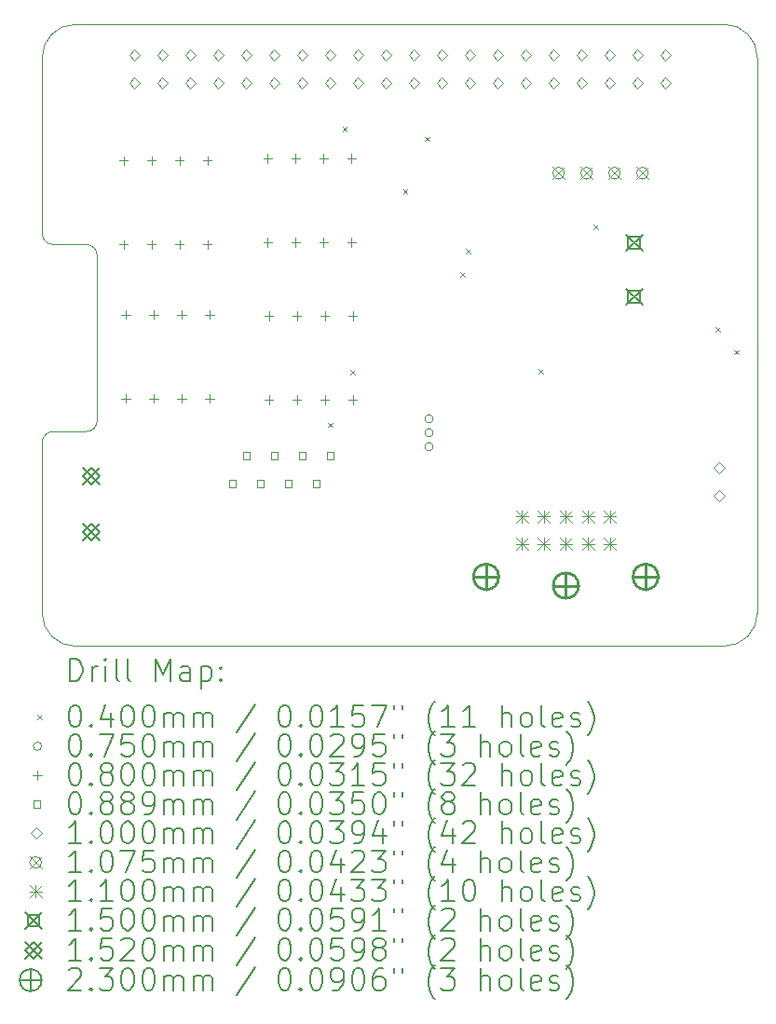
<source format=gbr>
%TF.GenerationSoftware,KiCad,Pcbnew,(6.0.10)*%
%TF.CreationDate,2023-01-13T18:04:44+01:00*%
%TF.ProjectId,InterfaceS88GleisboxRPi,496e7465-7266-4616-9365-533838476c65,rev?*%
%TF.SameCoordinates,Original*%
%TF.FileFunction,Drillmap*%
%TF.FilePolarity,Positive*%
%FSLAX45Y45*%
G04 Gerber Fmt 4.5, Leading zero omitted, Abs format (unit mm)*
G04 Created by KiCad (PCBNEW (6.0.10)) date 2023-01-13 18:04:44*
%MOMM*%
%LPD*%
G01*
G04 APERTURE LIST*
%ADD10C,0.100000*%
%ADD11C,0.200000*%
%ADD12C,0.040000*%
%ADD13C,0.075000*%
%ADD14C,0.080000*%
%ADD15C,0.088900*%
%ADD16C,0.107500*%
%ADD17C,0.110000*%
%ADD18C,0.150000*%
%ADD19C,0.152000*%
%ADD20C,0.230000*%
G04 APERTURE END LIST*
D10*
X15550000Y-5080000D02*
G75*
G03*
X15250000Y-4780000I-300000J0D01*
G01*
X9350000Y-4780000D02*
G75*
G03*
X9050000Y-5080000I0J-300000D01*
G01*
X9050000Y-10130000D02*
G75*
G03*
X9350000Y-10430000I300000J0D01*
G01*
X15250000Y-10430000D02*
G75*
G03*
X15550000Y-10130000I0J300000D01*
G01*
X9050000Y-6680000D02*
G75*
G03*
X9150000Y-6780000I100000J0D01*
G01*
X9550000Y-6880000D02*
G75*
G03*
X9450000Y-6780000I-100000J0D01*
G01*
X9450000Y-8480000D02*
G75*
G03*
X9550000Y-8380000I0J100000D01*
G01*
X9150000Y-8480000D02*
G75*
G03*
X9050000Y-8580000I0J-100000D01*
G01*
X9550000Y-6880000D02*
X9550000Y-8380000D01*
X9350000Y-4780000D02*
X15250000Y-4780000D01*
X9050000Y-8580000D02*
X9050000Y-10130000D01*
X9150000Y-8480000D02*
X9450000Y-8480000D01*
X9050000Y-5080000D02*
X9050000Y-6680000D01*
X9350000Y-10430000D02*
X15250000Y-10430000D01*
X15550000Y-5080000D02*
X15550000Y-10130000D01*
X9150000Y-6780000D02*
X9450000Y-6780000D01*
D11*
D12*
X11650000Y-8400000D02*
X11690000Y-8440000D01*
X11690000Y-8400000D02*
X11650000Y-8440000D01*
X11780000Y-5710000D02*
X11820000Y-5750000D01*
X11820000Y-5710000D02*
X11780000Y-5750000D01*
X11850000Y-7920000D02*
X11890000Y-7960000D01*
X11890000Y-7920000D02*
X11850000Y-7960000D01*
X12330000Y-6280000D02*
X12370000Y-6320000D01*
X12370000Y-6280000D02*
X12330000Y-6320000D01*
X12530000Y-5800000D02*
X12570000Y-5840000D01*
X12570000Y-5800000D02*
X12530000Y-5840000D01*
X12850000Y-7030000D02*
X12890000Y-7070000D01*
X12890000Y-7030000D02*
X12850000Y-7070000D01*
X12900000Y-6820000D02*
X12940000Y-6860000D01*
X12940000Y-6820000D02*
X12900000Y-6860000D01*
X13560000Y-7910000D02*
X13600000Y-7950000D01*
X13600000Y-7910000D02*
X13560000Y-7950000D01*
X14060000Y-6600000D02*
X14100000Y-6640000D01*
X14100000Y-6600000D02*
X14060000Y-6640000D01*
X15170000Y-7530000D02*
X15210000Y-7570000D01*
X15210000Y-7530000D02*
X15170000Y-7570000D01*
X15340000Y-7740000D02*
X15380000Y-7780000D01*
X15380000Y-7740000D02*
X15340000Y-7780000D01*
D13*
X12603500Y-8363000D02*
G75*
G03*
X12603500Y-8363000I-37500J0D01*
G01*
X12603500Y-8490000D02*
G75*
G03*
X12603500Y-8490000I-37500J0D01*
G01*
X12603500Y-8617000D02*
G75*
G03*
X12603500Y-8617000I-37500J0D01*
G01*
D14*
X9790000Y-5978000D02*
X9790000Y-6058000D01*
X9750000Y-6018000D02*
X9830000Y-6018000D01*
X9790000Y-6740000D02*
X9790000Y-6820000D01*
X9750000Y-6780000D02*
X9830000Y-6780000D01*
X9810000Y-7378000D02*
X9810000Y-7458000D01*
X9770000Y-7418000D02*
X9850000Y-7418000D01*
X9810000Y-8140000D02*
X9810000Y-8220000D01*
X9770000Y-8180000D02*
X9850000Y-8180000D01*
X10044000Y-5978000D02*
X10044000Y-6058000D01*
X10004000Y-6018000D02*
X10084000Y-6018000D01*
X10044000Y-6740000D02*
X10044000Y-6820000D01*
X10004000Y-6780000D02*
X10084000Y-6780000D01*
X10064000Y-7378000D02*
X10064000Y-7458000D01*
X10024000Y-7418000D02*
X10104000Y-7418000D01*
X10064000Y-8140000D02*
X10064000Y-8220000D01*
X10024000Y-8180000D02*
X10104000Y-8180000D01*
X10298000Y-5978000D02*
X10298000Y-6058000D01*
X10258000Y-6018000D02*
X10338000Y-6018000D01*
X10298000Y-6740000D02*
X10298000Y-6820000D01*
X10258000Y-6780000D02*
X10338000Y-6780000D01*
X10318000Y-7378000D02*
X10318000Y-7458000D01*
X10278000Y-7418000D02*
X10358000Y-7418000D01*
X10318000Y-8140000D02*
X10318000Y-8220000D01*
X10278000Y-8180000D02*
X10358000Y-8180000D01*
X10552000Y-5978000D02*
X10552000Y-6058000D01*
X10512000Y-6018000D02*
X10592000Y-6018000D01*
X10552000Y-6740000D02*
X10552000Y-6820000D01*
X10512000Y-6780000D02*
X10592000Y-6780000D01*
X10572000Y-7378000D02*
X10572000Y-7458000D01*
X10532000Y-7418000D02*
X10612000Y-7418000D01*
X10572000Y-8140000D02*
X10572000Y-8220000D01*
X10532000Y-8180000D02*
X10612000Y-8180000D01*
X11100000Y-5958000D02*
X11100000Y-6038000D01*
X11060000Y-5998000D02*
X11140000Y-5998000D01*
X11100000Y-6720000D02*
X11100000Y-6800000D01*
X11060000Y-6760000D02*
X11140000Y-6760000D01*
X11110000Y-7388000D02*
X11110000Y-7468000D01*
X11070000Y-7428000D02*
X11150000Y-7428000D01*
X11110000Y-8150000D02*
X11110000Y-8230000D01*
X11070000Y-8190000D02*
X11150000Y-8190000D01*
X11354000Y-5958000D02*
X11354000Y-6038000D01*
X11314000Y-5998000D02*
X11394000Y-5998000D01*
X11354000Y-6720000D02*
X11354000Y-6800000D01*
X11314000Y-6760000D02*
X11394000Y-6760000D01*
X11364000Y-7388000D02*
X11364000Y-7468000D01*
X11324000Y-7428000D02*
X11404000Y-7428000D01*
X11364000Y-8150000D02*
X11364000Y-8230000D01*
X11324000Y-8190000D02*
X11404000Y-8190000D01*
X11608000Y-5958000D02*
X11608000Y-6038000D01*
X11568000Y-5998000D02*
X11648000Y-5998000D01*
X11608000Y-6720000D02*
X11608000Y-6800000D01*
X11568000Y-6760000D02*
X11648000Y-6760000D01*
X11618000Y-7388000D02*
X11618000Y-7468000D01*
X11578000Y-7428000D02*
X11658000Y-7428000D01*
X11618000Y-8150000D02*
X11618000Y-8230000D01*
X11578000Y-8190000D02*
X11658000Y-8190000D01*
X11862000Y-5958000D02*
X11862000Y-6038000D01*
X11822000Y-5998000D02*
X11902000Y-5998000D01*
X11862000Y-6720000D02*
X11862000Y-6800000D01*
X11822000Y-6760000D02*
X11902000Y-6760000D01*
X11872000Y-7388000D02*
X11872000Y-7468000D01*
X11832000Y-7428000D02*
X11912000Y-7428000D01*
X11872000Y-8150000D02*
X11872000Y-8230000D01*
X11832000Y-8190000D02*
X11912000Y-8190000D01*
D15*
X10812431Y-8985431D02*
X10812431Y-8922569D01*
X10749569Y-8922569D01*
X10749569Y-8985431D01*
X10812431Y-8985431D01*
X10939431Y-8731431D02*
X10939431Y-8668569D01*
X10876569Y-8668569D01*
X10876569Y-8731431D01*
X10939431Y-8731431D01*
X11066431Y-8985431D02*
X11066431Y-8922569D01*
X11003569Y-8922569D01*
X11003569Y-8985431D01*
X11066431Y-8985431D01*
X11193431Y-8731431D02*
X11193431Y-8668569D01*
X11130569Y-8668569D01*
X11130569Y-8731431D01*
X11193431Y-8731431D01*
X11320431Y-8985431D02*
X11320431Y-8922569D01*
X11257569Y-8922569D01*
X11257569Y-8985431D01*
X11320431Y-8985431D01*
X11447431Y-8731431D02*
X11447431Y-8668569D01*
X11384569Y-8668569D01*
X11384569Y-8731431D01*
X11447431Y-8731431D01*
X11574431Y-8985431D02*
X11574431Y-8922569D01*
X11511569Y-8922569D01*
X11511569Y-8985431D01*
X11574431Y-8985431D01*
X11701431Y-8731431D02*
X11701431Y-8668569D01*
X11638569Y-8668569D01*
X11638569Y-8731431D01*
X11701431Y-8731431D01*
D10*
X9890000Y-5106000D02*
X9940000Y-5056000D01*
X9890000Y-5006000D01*
X9840000Y-5056000D01*
X9890000Y-5106000D01*
X9890000Y-5360000D02*
X9940000Y-5310000D01*
X9890000Y-5260000D01*
X9840000Y-5310000D01*
X9890000Y-5360000D01*
X10144000Y-5106000D02*
X10194000Y-5056000D01*
X10144000Y-5006000D01*
X10094000Y-5056000D01*
X10144000Y-5106000D01*
X10144000Y-5360000D02*
X10194000Y-5310000D01*
X10144000Y-5260000D01*
X10094000Y-5310000D01*
X10144000Y-5360000D01*
X10398000Y-5106000D02*
X10448000Y-5056000D01*
X10398000Y-5006000D01*
X10348000Y-5056000D01*
X10398000Y-5106000D01*
X10398000Y-5360000D02*
X10448000Y-5310000D01*
X10398000Y-5260000D01*
X10348000Y-5310000D01*
X10398000Y-5360000D01*
X10652000Y-5106000D02*
X10702000Y-5056000D01*
X10652000Y-5006000D01*
X10602000Y-5056000D01*
X10652000Y-5106000D01*
X10652000Y-5360000D02*
X10702000Y-5310000D01*
X10652000Y-5260000D01*
X10602000Y-5310000D01*
X10652000Y-5360000D01*
X10906000Y-5106000D02*
X10956000Y-5056000D01*
X10906000Y-5006000D01*
X10856000Y-5056000D01*
X10906000Y-5106000D01*
X10906000Y-5360000D02*
X10956000Y-5310000D01*
X10906000Y-5260000D01*
X10856000Y-5310000D01*
X10906000Y-5360000D01*
X11160000Y-5106000D02*
X11210000Y-5056000D01*
X11160000Y-5006000D01*
X11110000Y-5056000D01*
X11160000Y-5106000D01*
X11160000Y-5360000D02*
X11210000Y-5310000D01*
X11160000Y-5260000D01*
X11110000Y-5310000D01*
X11160000Y-5360000D01*
X11414000Y-5106000D02*
X11464000Y-5056000D01*
X11414000Y-5006000D01*
X11364000Y-5056000D01*
X11414000Y-5106000D01*
X11414000Y-5360000D02*
X11464000Y-5310000D01*
X11414000Y-5260000D01*
X11364000Y-5310000D01*
X11414000Y-5360000D01*
X11668000Y-5106000D02*
X11718000Y-5056000D01*
X11668000Y-5006000D01*
X11618000Y-5056000D01*
X11668000Y-5106000D01*
X11668000Y-5360000D02*
X11718000Y-5310000D01*
X11668000Y-5260000D01*
X11618000Y-5310000D01*
X11668000Y-5360000D01*
X11922000Y-5106000D02*
X11972000Y-5056000D01*
X11922000Y-5006000D01*
X11872000Y-5056000D01*
X11922000Y-5106000D01*
X11922000Y-5360000D02*
X11972000Y-5310000D01*
X11922000Y-5260000D01*
X11872000Y-5310000D01*
X11922000Y-5360000D01*
X12176000Y-5106000D02*
X12226000Y-5056000D01*
X12176000Y-5006000D01*
X12126000Y-5056000D01*
X12176000Y-5106000D01*
X12176000Y-5360000D02*
X12226000Y-5310000D01*
X12176000Y-5260000D01*
X12126000Y-5310000D01*
X12176000Y-5360000D01*
X12430000Y-5106000D02*
X12480000Y-5056000D01*
X12430000Y-5006000D01*
X12380000Y-5056000D01*
X12430000Y-5106000D01*
X12430000Y-5360000D02*
X12480000Y-5310000D01*
X12430000Y-5260000D01*
X12380000Y-5310000D01*
X12430000Y-5360000D01*
X12684000Y-5106000D02*
X12734000Y-5056000D01*
X12684000Y-5006000D01*
X12634000Y-5056000D01*
X12684000Y-5106000D01*
X12684000Y-5360000D02*
X12734000Y-5310000D01*
X12684000Y-5260000D01*
X12634000Y-5310000D01*
X12684000Y-5360000D01*
X12938000Y-5106000D02*
X12988000Y-5056000D01*
X12938000Y-5006000D01*
X12888000Y-5056000D01*
X12938000Y-5106000D01*
X12938000Y-5360000D02*
X12988000Y-5310000D01*
X12938000Y-5260000D01*
X12888000Y-5310000D01*
X12938000Y-5360000D01*
X13192000Y-5106000D02*
X13242000Y-5056000D01*
X13192000Y-5006000D01*
X13142000Y-5056000D01*
X13192000Y-5106000D01*
X13192000Y-5360000D02*
X13242000Y-5310000D01*
X13192000Y-5260000D01*
X13142000Y-5310000D01*
X13192000Y-5360000D01*
X13446000Y-5106000D02*
X13496000Y-5056000D01*
X13446000Y-5006000D01*
X13396000Y-5056000D01*
X13446000Y-5106000D01*
X13446000Y-5360000D02*
X13496000Y-5310000D01*
X13446000Y-5260000D01*
X13396000Y-5310000D01*
X13446000Y-5360000D01*
X13700000Y-5106000D02*
X13750000Y-5056000D01*
X13700000Y-5006000D01*
X13650000Y-5056000D01*
X13700000Y-5106000D01*
X13700000Y-5360000D02*
X13750000Y-5310000D01*
X13700000Y-5260000D01*
X13650000Y-5310000D01*
X13700000Y-5360000D01*
X13954000Y-5106000D02*
X14004000Y-5056000D01*
X13954000Y-5006000D01*
X13904000Y-5056000D01*
X13954000Y-5106000D01*
X13954000Y-5360000D02*
X14004000Y-5310000D01*
X13954000Y-5260000D01*
X13904000Y-5310000D01*
X13954000Y-5360000D01*
X14208000Y-5106000D02*
X14258000Y-5056000D01*
X14208000Y-5006000D01*
X14158000Y-5056000D01*
X14208000Y-5106000D01*
X14208000Y-5360000D02*
X14258000Y-5310000D01*
X14208000Y-5260000D01*
X14158000Y-5310000D01*
X14208000Y-5360000D01*
X14462000Y-5106000D02*
X14512000Y-5056000D01*
X14462000Y-5006000D01*
X14412000Y-5056000D01*
X14462000Y-5106000D01*
X14462000Y-5360000D02*
X14512000Y-5310000D01*
X14462000Y-5260000D01*
X14412000Y-5310000D01*
X14462000Y-5360000D01*
X14716000Y-5106000D02*
X14766000Y-5056000D01*
X14716000Y-5006000D01*
X14666000Y-5056000D01*
X14716000Y-5106000D01*
X14716000Y-5360000D02*
X14766000Y-5310000D01*
X14716000Y-5260000D01*
X14666000Y-5310000D01*
X14716000Y-5360000D01*
X15200000Y-8858000D02*
X15250000Y-8808000D01*
X15200000Y-8758000D01*
X15150000Y-8808000D01*
X15200000Y-8858000D01*
X15200000Y-9112000D02*
X15250000Y-9062000D01*
X15200000Y-9012000D01*
X15150000Y-9062000D01*
X15200000Y-9112000D01*
D16*
X13690750Y-6078250D02*
X13798250Y-6185750D01*
X13798250Y-6078250D02*
X13690750Y-6185750D01*
X13798250Y-6132000D02*
G75*
G03*
X13798250Y-6132000I-53750J0D01*
G01*
X13944750Y-6078250D02*
X14052250Y-6185750D01*
X14052250Y-6078250D02*
X13944750Y-6185750D01*
X14052250Y-6132000D02*
G75*
G03*
X14052250Y-6132000I-53750J0D01*
G01*
X14198750Y-6078250D02*
X14306250Y-6185750D01*
X14306250Y-6078250D02*
X14198750Y-6185750D01*
X14306250Y-6132000D02*
G75*
G03*
X14306250Y-6132000I-53750J0D01*
G01*
X14452750Y-6078250D02*
X14560250Y-6185750D01*
X14560250Y-6078250D02*
X14452750Y-6185750D01*
X14560250Y-6132000D02*
G75*
G03*
X14560250Y-6132000I-53750J0D01*
G01*
D17*
X13355000Y-9195000D02*
X13465000Y-9305000D01*
X13465000Y-9195000D02*
X13355000Y-9305000D01*
X13410000Y-9195000D02*
X13410000Y-9305000D01*
X13355000Y-9250000D02*
X13465000Y-9250000D01*
X13355000Y-9445000D02*
X13465000Y-9555000D01*
X13465000Y-9445000D02*
X13355000Y-9555000D01*
X13410000Y-9445000D02*
X13410000Y-9555000D01*
X13355000Y-9500000D02*
X13465000Y-9500000D01*
X13555000Y-9195000D02*
X13665000Y-9305000D01*
X13665000Y-9195000D02*
X13555000Y-9305000D01*
X13610000Y-9195000D02*
X13610000Y-9305000D01*
X13555000Y-9250000D02*
X13665000Y-9250000D01*
X13555000Y-9445000D02*
X13665000Y-9555000D01*
X13665000Y-9445000D02*
X13555000Y-9555000D01*
X13610000Y-9445000D02*
X13610000Y-9555000D01*
X13555000Y-9500000D02*
X13665000Y-9500000D01*
X13755000Y-9195000D02*
X13865000Y-9305000D01*
X13865000Y-9195000D02*
X13755000Y-9305000D01*
X13810000Y-9195000D02*
X13810000Y-9305000D01*
X13755000Y-9250000D02*
X13865000Y-9250000D01*
X13755000Y-9445000D02*
X13865000Y-9555000D01*
X13865000Y-9445000D02*
X13755000Y-9555000D01*
X13810000Y-9445000D02*
X13810000Y-9555000D01*
X13755000Y-9500000D02*
X13865000Y-9500000D01*
X13955000Y-9195000D02*
X14065000Y-9305000D01*
X14065000Y-9195000D02*
X13955000Y-9305000D01*
X14010000Y-9195000D02*
X14010000Y-9305000D01*
X13955000Y-9250000D02*
X14065000Y-9250000D01*
X13955000Y-9445000D02*
X14065000Y-9555000D01*
X14065000Y-9445000D02*
X13955000Y-9555000D01*
X14010000Y-9445000D02*
X14010000Y-9555000D01*
X13955000Y-9500000D02*
X14065000Y-9500000D01*
X14155000Y-9195000D02*
X14265000Y-9305000D01*
X14265000Y-9195000D02*
X14155000Y-9305000D01*
X14210000Y-9195000D02*
X14210000Y-9305000D01*
X14155000Y-9250000D02*
X14265000Y-9250000D01*
X14155000Y-9445000D02*
X14265000Y-9555000D01*
X14265000Y-9445000D02*
X14155000Y-9555000D01*
X14210000Y-9445000D02*
X14210000Y-9555000D01*
X14155000Y-9500000D02*
X14265000Y-9500000D01*
D18*
X14355000Y-6690000D02*
X14505000Y-6840000D01*
X14505000Y-6690000D02*
X14355000Y-6840000D01*
X14483033Y-6818033D02*
X14483033Y-6711966D01*
X14376966Y-6711966D01*
X14376966Y-6818033D01*
X14483033Y-6818033D01*
X14355000Y-7180000D02*
X14505000Y-7330000D01*
X14505000Y-7180000D02*
X14355000Y-7330000D01*
X14483033Y-7308033D02*
X14483033Y-7201966D01*
X14376966Y-7201966D01*
X14376966Y-7308033D01*
X14483033Y-7308033D01*
D19*
X9424000Y-8806000D02*
X9576000Y-8958000D01*
X9576000Y-8806000D02*
X9424000Y-8958000D01*
X9500000Y-8958000D02*
X9576000Y-8882000D01*
X9500000Y-8806000D01*
X9424000Y-8882000D01*
X9500000Y-8958000D01*
X9424000Y-9314000D02*
X9576000Y-9466000D01*
X9576000Y-9314000D02*
X9424000Y-9466000D01*
X9500000Y-9466000D02*
X9576000Y-9390000D01*
X9500000Y-9314000D01*
X9424000Y-9390000D01*
X9500000Y-9466000D01*
D20*
X13085000Y-9685000D02*
X13085000Y-9915000D01*
X12970000Y-9800000D02*
X13200000Y-9800000D01*
X13200000Y-9800000D02*
G75*
G03*
X13200000Y-9800000I-115000J0D01*
G01*
X13810000Y-9765000D02*
X13810000Y-9995000D01*
X13695000Y-9880000D02*
X13925000Y-9880000D01*
X13925000Y-9880000D02*
G75*
G03*
X13925000Y-9880000I-115000J0D01*
G01*
X14535000Y-9685000D02*
X14535000Y-9915000D01*
X14420000Y-9800000D02*
X14650000Y-9800000D01*
X14650000Y-9800000D02*
G75*
G03*
X14650000Y-9800000I-115000J0D01*
G01*
D11*
X9302619Y-10745476D02*
X9302619Y-10545476D01*
X9350238Y-10545476D01*
X9378810Y-10555000D01*
X9397857Y-10574048D01*
X9407381Y-10593095D01*
X9416905Y-10631190D01*
X9416905Y-10659762D01*
X9407381Y-10697857D01*
X9397857Y-10716905D01*
X9378810Y-10735952D01*
X9350238Y-10745476D01*
X9302619Y-10745476D01*
X9502619Y-10745476D02*
X9502619Y-10612143D01*
X9502619Y-10650238D02*
X9512143Y-10631190D01*
X9521667Y-10621667D01*
X9540714Y-10612143D01*
X9559762Y-10612143D01*
X9626429Y-10745476D02*
X9626429Y-10612143D01*
X9626429Y-10545476D02*
X9616905Y-10555000D01*
X9626429Y-10564524D01*
X9635952Y-10555000D01*
X9626429Y-10545476D01*
X9626429Y-10564524D01*
X9750238Y-10745476D02*
X9731190Y-10735952D01*
X9721667Y-10716905D01*
X9721667Y-10545476D01*
X9855000Y-10745476D02*
X9835952Y-10735952D01*
X9826429Y-10716905D01*
X9826429Y-10545476D01*
X10083571Y-10745476D02*
X10083571Y-10545476D01*
X10150238Y-10688333D01*
X10216905Y-10545476D01*
X10216905Y-10745476D01*
X10397857Y-10745476D02*
X10397857Y-10640714D01*
X10388333Y-10621667D01*
X10369286Y-10612143D01*
X10331190Y-10612143D01*
X10312143Y-10621667D01*
X10397857Y-10735952D02*
X10378810Y-10745476D01*
X10331190Y-10745476D01*
X10312143Y-10735952D01*
X10302619Y-10716905D01*
X10302619Y-10697857D01*
X10312143Y-10678810D01*
X10331190Y-10669286D01*
X10378810Y-10669286D01*
X10397857Y-10659762D01*
X10493095Y-10612143D02*
X10493095Y-10812143D01*
X10493095Y-10621667D02*
X10512143Y-10612143D01*
X10550238Y-10612143D01*
X10569286Y-10621667D01*
X10578810Y-10631190D01*
X10588333Y-10650238D01*
X10588333Y-10707381D01*
X10578810Y-10726429D01*
X10569286Y-10735952D01*
X10550238Y-10745476D01*
X10512143Y-10745476D01*
X10493095Y-10735952D01*
X10674048Y-10726429D02*
X10683571Y-10735952D01*
X10674048Y-10745476D01*
X10664524Y-10735952D01*
X10674048Y-10726429D01*
X10674048Y-10745476D01*
X10674048Y-10621667D02*
X10683571Y-10631190D01*
X10674048Y-10640714D01*
X10664524Y-10631190D01*
X10674048Y-10621667D01*
X10674048Y-10640714D01*
D12*
X9005000Y-11055000D02*
X9045000Y-11095000D01*
X9045000Y-11055000D02*
X9005000Y-11095000D01*
D11*
X9340714Y-10965476D02*
X9359762Y-10965476D01*
X9378810Y-10975000D01*
X9388333Y-10984524D01*
X9397857Y-11003571D01*
X9407381Y-11041667D01*
X9407381Y-11089286D01*
X9397857Y-11127381D01*
X9388333Y-11146429D01*
X9378810Y-11155952D01*
X9359762Y-11165476D01*
X9340714Y-11165476D01*
X9321667Y-11155952D01*
X9312143Y-11146429D01*
X9302619Y-11127381D01*
X9293095Y-11089286D01*
X9293095Y-11041667D01*
X9302619Y-11003571D01*
X9312143Y-10984524D01*
X9321667Y-10975000D01*
X9340714Y-10965476D01*
X9493095Y-11146429D02*
X9502619Y-11155952D01*
X9493095Y-11165476D01*
X9483571Y-11155952D01*
X9493095Y-11146429D01*
X9493095Y-11165476D01*
X9674048Y-11032143D02*
X9674048Y-11165476D01*
X9626429Y-10955952D02*
X9578810Y-11098810D01*
X9702619Y-11098810D01*
X9816905Y-10965476D02*
X9835952Y-10965476D01*
X9855000Y-10975000D01*
X9864524Y-10984524D01*
X9874048Y-11003571D01*
X9883571Y-11041667D01*
X9883571Y-11089286D01*
X9874048Y-11127381D01*
X9864524Y-11146429D01*
X9855000Y-11155952D01*
X9835952Y-11165476D01*
X9816905Y-11165476D01*
X9797857Y-11155952D01*
X9788333Y-11146429D01*
X9778810Y-11127381D01*
X9769286Y-11089286D01*
X9769286Y-11041667D01*
X9778810Y-11003571D01*
X9788333Y-10984524D01*
X9797857Y-10975000D01*
X9816905Y-10965476D01*
X10007381Y-10965476D02*
X10026429Y-10965476D01*
X10045476Y-10975000D01*
X10055000Y-10984524D01*
X10064524Y-11003571D01*
X10074048Y-11041667D01*
X10074048Y-11089286D01*
X10064524Y-11127381D01*
X10055000Y-11146429D01*
X10045476Y-11155952D01*
X10026429Y-11165476D01*
X10007381Y-11165476D01*
X9988333Y-11155952D01*
X9978810Y-11146429D01*
X9969286Y-11127381D01*
X9959762Y-11089286D01*
X9959762Y-11041667D01*
X9969286Y-11003571D01*
X9978810Y-10984524D01*
X9988333Y-10975000D01*
X10007381Y-10965476D01*
X10159762Y-11165476D02*
X10159762Y-11032143D01*
X10159762Y-11051190D02*
X10169286Y-11041667D01*
X10188333Y-11032143D01*
X10216905Y-11032143D01*
X10235952Y-11041667D01*
X10245476Y-11060714D01*
X10245476Y-11165476D01*
X10245476Y-11060714D02*
X10255000Y-11041667D01*
X10274048Y-11032143D01*
X10302619Y-11032143D01*
X10321667Y-11041667D01*
X10331190Y-11060714D01*
X10331190Y-11165476D01*
X10426429Y-11165476D02*
X10426429Y-11032143D01*
X10426429Y-11051190D02*
X10435952Y-11041667D01*
X10455000Y-11032143D01*
X10483571Y-11032143D01*
X10502619Y-11041667D01*
X10512143Y-11060714D01*
X10512143Y-11165476D01*
X10512143Y-11060714D02*
X10521667Y-11041667D01*
X10540714Y-11032143D01*
X10569286Y-11032143D01*
X10588333Y-11041667D01*
X10597857Y-11060714D01*
X10597857Y-11165476D01*
X10988333Y-10955952D02*
X10816905Y-11213095D01*
X11245476Y-10965476D02*
X11264524Y-10965476D01*
X11283571Y-10975000D01*
X11293095Y-10984524D01*
X11302619Y-11003571D01*
X11312143Y-11041667D01*
X11312143Y-11089286D01*
X11302619Y-11127381D01*
X11293095Y-11146429D01*
X11283571Y-11155952D01*
X11264524Y-11165476D01*
X11245476Y-11165476D01*
X11226428Y-11155952D01*
X11216905Y-11146429D01*
X11207381Y-11127381D01*
X11197857Y-11089286D01*
X11197857Y-11041667D01*
X11207381Y-11003571D01*
X11216905Y-10984524D01*
X11226428Y-10975000D01*
X11245476Y-10965476D01*
X11397857Y-11146429D02*
X11407381Y-11155952D01*
X11397857Y-11165476D01*
X11388333Y-11155952D01*
X11397857Y-11146429D01*
X11397857Y-11165476D01*
X11531190Y-10965476D02*
X11550238Y-10965476D01*
X11569286Y-10975000D01*
X11578809Y-10984524D01*
X11588333Y-11003571D01*
X11597857Y-11041667D01*
X11597857Y-11089286D01*
X11588333Y-11127381D01*
X11578809Y-11146429D01*
X11569286Y-11155952D01*
X11550238Y-11165476D01*
X11531190Y-11165476D01*
X11512143Y-11155952D01*
X11502619Y-11146429D01*
X11493095Y-11127381D01*
X11483571Y-11089286D01*
X11483571Y-11041667D01*
X11493095Y-11003571D01*
X11502619Y-10984524D01*
X11512143Y-10975000D01*
X11531190Y-10965476D01*
X11788333Y-11165476D02*
X11674048Y-11165476D01*
X11731190Y-11165476D02*
X11731190Y-10965476D01*
X11712143Y-10994048D01*
X11693095Y-11013095D01*
X11674048Y-11022619D01*
X11969286Y-10965476D02*
X11874048Y-10965476D01*
X11864524Y-11060714D01*
X11874048Y-11051190D01*
X11893095Y-11041667D01*
X11940714Y-11041667D01*
X11959762Y-11051190D01*
X11969286Y-11060714D01*
X11978809Y-11079762D01*
X11978809Y-11127381D01*
X11969286Y-11146429D01*
X11959762Y-11155952D01*
X11940714Y-11165476D01*
X11893095Y-11165476D01*
X11874048Y-11155952D01*
X11864524Y-11146429D01*
X12045476Y-10965476D02*
X12178809Y-10965476D01*
X12093095Y-11165476D01*
X12245476Y-10965476D02*
X12245476Y-11003571D01*
X12321667Y-10965476D02*
X12321667Y-11003571D01*
X12616905Y-11241667D02*
X12607381Y-11232143D01*
X12588333Y-11203571D01*
X12578809Y-11184524D01*
X12569286Y-11155952D01*
X12559762Y-11108333D01*
X12559762Y-11070238D01*
X12569286Y-11022619D01*
X12578809Y-10994048D01*
X12588333Y-10975000D01*
X12607381Y-10946429D01*
X12616905Y-10936905D01*
X12797857Y-11165476D02*
X12683571Y-11165476D01*
X12740714Y-11165476D02*
X12740714Y-10965476D01*
X12721667Y-10994048D01*
X12702619Y-11013095D01*
X12683571Y-11022619D01*
X12988333Y-11165476D02*
X12874048Y-11165476D01*
X12931190Y-11165476D02*
X12931190Y-10965476D01*
X12912143Y-10994048D01*
X12893095Y-11013095D01*
X12874048Y-11022619D01*
X13226428Y-11165476D02*
X13226428Y-10965476D01*
X13312143Y-11165476D02*
X13312143Y-11060714D01*
X13302619Y-11041667D01*
X13283571Y-11032143D01*
X13255000Y-11032143D01*
X13235952Y-11041667D01*
X13226428Y-11051190D01*
X13435952Y-11165476D02*
X13416905Y-11155952D01*
X13407381Y-11146429D01*
X13397857Y-11127381D01*
X13397857Y-11070238D01*
X13407381Y-11051190D01*
X13416905Y-11041667D01*
X13435952Y-11032143D01*
X13464524Y-11032143D01*
X13483571Y-11041667D01*
X13493095Y-11051190D01*
X13502619Y-11070238D01*
X13502619Y-11127381D01*
X13493095Y-11146429D01*
X13483571Y-11155952D01*
X13464524Y-11165476D01*
X13435952Y-11165476D01*
X13616905Y-11165476D02*
X13597857Y-11155952D01*
X13588333Y-11136905D01*
X13588333Y-10965476D01*
X13769286Y-11155952D02*
X13750238Y-11165476D01*
X13712143Y-11165476D01*
X13693095Y-11155952D01*
X13683571Y-11136905D01*
X13683571Y-11060714D01*
X13693095Y-11041667D01*
X13712143Y-11032143D01*
X13750238Y-11032143D01*
X13769286Y-11041667D01*
X13778809Y-11060714D01*
X13778809Y-11079762D01*
X13683571Y-11098810D01*
X13855000Y-11155952D02*
X13874048Y-11165476D01*
X13912143Y-11165476D01*
X13931190Y-11155952D01*
X13940714Y-11136905D01*
X13940714Y-11127381D01*
X13931190Y-11108333D01*
X13912143Y-11098810D01*
X13883571Y-11098810D01*
X13864524Y-11089286D01*
X13855000Y-11070238D01*
X13855000Y-11060714D01*
X13864524Y-11041667D01*
X13883571Y-11032143D01*
X13912143Y-11032143D01*
X13931190Y-11041667D01*
X14007381Y-11241667D02*
X14016905Y-11232143D01*
X14035952Y-11203571D01*
X14045476Y-11184524D01*
X14055000Y-11155952D01*
X14064524Y-11108333D01*
X14064524Y-11070238D01*
X14055000Y-11022619D01*
X14045476Y-10994048D01*
X14035952Y-10975000D01*
X14016905Y-10946429D01*
X14007381Y-10936905D01*
D13*
X9045000Y-11339000D02*
G75*
G03*
X9045000Y-11339000I-37500J0D01*
G01*
D11*
X9340714Y-11229476D02*
X9359762Y-11229476D01*
X9378810Y-11239000D01*
X9388333Y-11248524D01*
X9397857Y-11267571D01*
X9407381Y-11305667D01*
X9407381Y-11353286D01*
X9397857Y-11391381D01*
X9388333Y-11410428D01*
X9378810Y-11419952D01*
X9359762Y-11429476D01*
X9340714Y-11429476D01*
X9321667Y-11419952D01*
X9312143Y-11410428D01*
X9302619Y-11391381D01*
X9293095Y-11353286D01*
X9293095Y-11305667D01*
X9302619Y-11267571D01*
X9312143Y-11248524D01*
X9321667Y-11239000D01*
X9340714Y-11229476D01*
X9493095Y-11410428D02*
X9502619Y-11419952D01*
X9493095Y-11429476D01*
X9483571Y-11419952D01*
X9493095Y-11410428D01*
X9493095Y-11429476D01*
X9569286Y-11229476D02*
X9702619Y-11229476D01*
X9616905Y-11429476D01*
X9874048Y-11229476D02*
X9778810Y-11229476D01*
X9769286Y-11324714D01*
X9778810Y-11315190D01*
X9797857Y-11305667D01*
X9845476Y-11305667D01*
X9864524Y-11315190D01*
X9874048Y-11324714D01*
X9883571Y-11343762D01*
X9883571Y-11391381D01*
X9874048Y-11410428D01*
X9864524Y-11419952D01*
X9845476Y-11429476D01*
X9797857Y-11429476D01*
X9778810Y-11419952D01*
X9769286Y-11410428D01*
X10007381Y-11229476D02*
X10026429Y-11229476D01*
X10045476Y-11239000D01*
X10055000Y-11248524D01*
X10064524Y-11267571D01*
X10074048Y-11305667D01*
X10074048Y-11353286D01*
X10064524Y-11391381D01*
X10055000Y-11410428D01*
X10045476Y-11419952D01*
X10026429Y-11429476D01*
X10007381Y-11429476D01*
X9988333Y-11419952D01*
X9978810Y-11410428D01*
X9969286Y-11391381D01*
X9959762Y-11353286D01*
X9959762Y-11305667D01*
X9969286Y-11267571D01*
X9978810Y-11248524D01*
X9988333Y-11239000D01*
X10007381Y-11229476D01*
X10159762Y-11429476D02*
X10159762Y-11296143D01*
X10159762Y-11315190D02*
X10169286Y-11305667D01*
X10188333Y-11296143D01*
X10216905Y-11296143D01*
X10235952Y-11305667D01*
X10245476Y-11324714D01*
X10245476Y-11429476D01*
X10245476Y-11324714D02*
X10255000Y-11305667D01*
X10274048Y-11296143D01*
X10302619Y-11296143D01*
X10321667Y-11305667D01*
X10331190Y-11324714D01*
X10331190Y-11429476D01*
X10426429Y-11429476D02*
X10426429Y-11296143D01*
X10426429Y-11315190D02*
X10435952Y-11305667D01*
X10455000Y-11296143D01*
X10483571Y-11296143D01*
X10502619Y-11305667D01*
X10512143Y-11324714D01*
X10512143Y-11429476D01*
X10512143Y-11324714D02*
X10521667Y-11305667D01*
X10540714Y-11296143D01*
X10569286Y-11296143D01*
X10588333Y-11305667D01*
X10597857Y-11324714D01*
X10597857Y-11429476D01*
X10988333Y-11219952D02*
X10816905Y-11477095D01*
X11245476Y-11229476D02*
X11264524Y-11229476D01*
X11283571Y-11239000D01*
X11293095Y-11248524D01*
X11302619Y-11267571D01*
X11312143Y-11305667D01*
X11312143Y-11353286D01*
X11302619Y-11391381D01*
X11293095Y-11410428D01*
X11283571Y-11419952D01*
X11264524Y-11429476D01*
X11245476Y-11429476D01*
X11226428Y-11419952D01*
X11216905Y-11410428D01*
X11207381Y-11391381D01*
X11197857Y-11353286D01*
X11197857Y-11305667D01*
X11207381Y-11267571D01*
X11216905Y-11248524D01*
X11226428Y-11239000D01*
X11245476Y-11229476D01*
X11397857Y-11410428D02*
X11407381Y-11419952D01*
X11397857Y-11429476D01*
X11388333Y-11419952D01*
X11397857Y-11410428D01*
X11397857Y-11429476D01*
X11531190Y-11229476D02*
X11550238Y-11229476D01*
X11569286Y-11239000D01*
X11578809Y-11248524D01*
X11588333Y-11267571D01*
X11597857Y-11305667D01*
X11597857Y-11353286D01*
X11588333Y-11391381D01*
X11578809Y-11410428D01*
X11569286Y-11419952D01*
X11550238Y-11429476D01*
X11531190Y-11429476D01*
X11512143Y-11419952D01*
X11502619Y-11410428D01*
X11493095Y-11391381D01*
X11483571Y-11353286D01*
X11483571Y-11305667D01*
X11493095Y-11267571D01*
X11502619Y-11248524D01*
X11512143Y-11239000D01*
X11531190Y-11229476D01*
X11674048Y-11248524D02*
X11683571Y-11239000D01*
X11702619Y-11229476D01*
X11750238Y-11229476D01*
X11769286Y-11239000D01*
X11778809Y-11248524D01*
X11788333Y-11267571D01*
X11788333Y-11286619D01*
X11778809Y-11315190D01*
X11664524Y-11429476D01*
X11788333Y-11429476D01*
X11883571Y-11429476D02*
X11921667Y-11429476D01*
X11940714Y-11419952D01*
X11950238Y-11410428D01*
X11969286Y-11381857D01*
X11978809Y-11343762D01*
X11978809Y-11267571D01*
X11969286Y-11248524D01*
X11959762Y-11239000D01*
X11940714Y-11229476D01*
X11902619Y-11229476D01*
X11883571Y-11239000D01*
X11874048Y-11248524D01*
X11864524Y-11267571D01*
X11864524Y-11315190D01*
X11874048Y-11334238D01*
X11883571Y-11343762D01*
X11902619Y-11353286D01*
X11940714Y-11353286D01*
X11959762Y-11343762D01*
X11969286Y-11334238D01*
X11978809Y-11315190D01*
X12159762Y-11229476D02*
X12064524Y-11229476D01*
X12055000Y-11324714D01*
X12064524Y-11315190D01*
X12083571Y-11305667D01*
X12131190Y-11305667D01*
X12150238Y-11315190D01*
X12159762Y-11324714D01*
X12169286Y-11343762D01*
X12169286Y-11391381D01*
X12159762Y-11410428D01*
X12150238Y-11419952D01*
X12131190Y-11429476D01*
X12083571Y-11429476D01*
X12064524Y-11419952D01*
X12055000Y-11410428D01*
X12245476Y-11229476D02*
X12245476Y-11267571D01*
X12321667Y-11229476D02*
X12321667Y-11267571D01*
X12616905Y-11505667D02*
X12607381Y-11496143D01*
X12588333Y-11467571D01*
X12578809Y-11448524D01*
X12569286Y-11419952D01*
X12559762Y-11372333D01*
X12559762Y-11334238D01*
X12569286Y-11286619D01*
X12578809Y-11258048D01*
X12588333Y-11239000D01*
X12607381Y-11210428D01*
X12616905Y-11200905D01*
X12674048Y-11229476D02*
X12797857Y-11229476D01*
X12731190Y-11305667D01*
X12759762Y-11305667D01*
X12778809Y-11315190D01*
X12788333Y-11324714D01*
X12797857Y-11343762D01*
X12797857Y-11391381D01*
X12788333Y-11410428D01*
X12778809Y-11419952D01*
X12759762Y-11429476D01*
X12702619Y-11429476D01*
X12683571Y-11419952D01*
X12674048Y-11410428D01*
X13035952Y-11429476D02*
X13035952Y-11229476D01*
X13121667Y-11429476D02*
X13121667Y-11324714D01*
X13112143Y-11305667D01*
X13093095Y-11296143D01*
X13064524Y-11296143D01*
X13045476Y-11305667D01*
X13035952Y-11315190D01*
X13245476Y-11429476D02*
X13226428Y-11419952D01*
X13216905Y-11410428D01*
X13207381Y-11391381D01*
X13207381Y-11334238D01*
X13216905Y-11315190D01*
X13226428Y-11305667D01*
X13245476Y-11296143D01*
X13274048Y-11296143D01*
X13293095Y-11305667D01*
X13302619Y-11315190D01*
X13312143Y-11334238D01*
X13312143Y-11391381D01*
X13302619Y-11410428D01*
X13293095Y-11419952D01*
X13274048Y-11429476D01*
X13245476Y-11429476D01*
X13426428Y-11429476D02*
X13407381Y-11419952D01*
X13397857Y-11400905D01*
X13397857Y-11229476D01*
X13578809Y-11419952D02*
X13559762Y-11429476D01*
X13521667Y-11429476D01*
X13502619Y-11419952D01*
X13493095Y-11400905D01*
X13493095Y-11324714D01*
X13502619Y-11305667D01*
X13521667Y-11296143D01*
X13559762Y-11296143D01*
X13578809Y-11305667D01*
X13588333Y-11324714D01*
X13588333Y-11343762D01*
X13493095Y-11362809D01*
X13664524Y-11419952D02*
X13683571Y-11429476D01*
X13721667Y-11429476D01*
X13740714Y-11419952D01*
X13750238Y-11400905D01*
X13750238Y-11391381D01*
X13740714Y-11372333D01*
X13721667Y-11362809D01*
X13693095Y-11362809D01*
X13674048Y-11353286D01*
X13664524Y-11334238D01*
X13664524Y-11324714D01*
X13674048Y-11305667D01*
X13693095Y-11296143D01*
X13721667Y-11296143D01*
X13740714Y-11305667D01*
X13816905Y-11505667D02*
X13826428Y-11496143D01*
X13845476Y-11467571D01*
X13855000Y-11448524D01*
X13864524Y-11419952D01*
X13874048Y-11372333D01*
X13874048Y-11334238D01*
X13864524Y-11286619D01*
X13855000Y-11258048D01*
X13845476Y-11239000D01*
X13826428Y-11210428D01*
X13816905Y-11200905D01*
D14*
X9005000Y-11563000D02*
X9005000Y-11643000D01*
X8965000Y-11603000D02*
X9045000Y-11603000D01*
D11*
X9340714Y-11493476D02*
X9359762Y-11493476D01*
X9378810Y-11503000D01*
X9388333Y-11512524D01*
X9397857Y-11531571D01*
X9407381Y-11569667D01*
X9407381Y-11617286D01*
X9397857Y-11655381D01*
X9388333Y-11674428D01*
X9378810Y-11683952D01*
X9359762Y-11693476D01*
X9340714Y-11693476D01*
X9321667Y-11683952D01*
X9312143Y-11674428D01*
X9302619Y-11655381D01*
X9293095Y-11617286D01*
X9293095Y-11569667D01*
X9302619Y-11531571D01*
X9312143Y-11512524D01*
X9321667Y-11503000D01*
X9340714Y-11493476D01*
X9493095Y-11674428D02*
X9502619Y-11683952D01*
X9493095Y-11693476D01*
X9483571Y-11683952D01*
X9493095Y-11674428D01*
X9493095Y-11693476D01*
X9616905Y-11579190D02*
X9597857Y-11569667D01*
X9588333Y-11560143D01*
X9578810Y-11541095D01*
X9578810Y-11531571D01*
X9588333Y-11512524D01*
X9597857Y-11503000D01*
X9616905Y-11493476D01*
X9655000Y-11493476D01*
X9674048Y-11503000D01*
X9683571Y-11512524D01*
X9693095Y-11531571D01*
X9693095Y-11541095D01*
X9683571Y-11560143D01*
X9674048Y-11569667D01*
X9655000Y-11579190D01*
X9616905Y-11579190D01*
X9597857Y-11588714D01*
X9588333Y-11598238D01*
X9578810Y-11617286D01*
X9578810Y-11655381D01*
X9588333Y-11674428D01*
X9597857Y-11683952D01*
X9616905Y-11693476D01*
X9655000Y-11693476D01*
X9674048Y-11683952D01*
X9683571Y-11674428D01*
X9693095Y-11655381D01*
X9693095Y-11617286D01*
X9683571Y-11598238D01*
X9674048Y-11588714D01*
X9655000Y-11579190D01*
X9816905Y-11493476D02*
X9835952Y-11493476D01*
X9855000Y-11503000D01*
X9864524Y-11512524D01*
X9874048Y-11531571D01*
X9883571Y-11569667D01*
X9883571Y-11617286D01*
X9874048Y-11655381D01*
X9864524Y-11674428D01*
X9855000Y-11683952D01*
X9835952Y-11693476D01*
X9816905Y-11693476D01*
X9797857Y-11683952D01*
X9788333Y-11674428D01*
X9778810Y-11655381D01*
X9769286Y-11617286D01*
X9769286Y-11569667D01*
X9778810Y-11531571D01*
X9788333Y-11512524D01*
X9797857Y-11503000D01*
X9816905Y-11493476D01*
X10007381Y-11493476D02*
X10026429Y-11493476D01*
X10045476Y-11503000D01*
X10055000Y-11512524D01*
X10064524Y-11531571D01*
X10074048Y-11569667D01*
X10074048Y-11617286D01*
X10064524Y-11655381D01*
X10055000Y-11674428D01*
X10045476Y-11683952D01*
X10026429Y-11693476D01*
X10007381Y-11693476D01*
X9988333Y-11683952D01*
X9978810Y-11674428D01*
X9969286Y-11655381D01*
X9959762Y-11617286D01*
X9959762Y-11569667D01*
X9969286Y-11531571D01*
X9978810Y-11512524D01*
X9988333Y-11503000D01*
X10007381Y-11493476D01*
X10159762Y-11693476D02*
X10159762Y-11560143D01*
X10159762Y-11579190D02*
X10169286Y-11569667D01*
X10188333Y-11560143D01*
X10216905Y-11560143D01*
X10235952Y-11569667D01*
X10245476Y-11588714D01*
X10245476Y-11693476D01*
X10245476Y-11588714D02*
X10255000Y-11569667D01*
X10274048Y-11560143D01*
X10302619Y-11560143D01*
X10321667Y-11569667D01*
X10331190Y-11588714D01*
X10331190Y-11693476D01*
X10426429Y-11693476D02*
X10426429Y-11560143D01*
X10426429Y-11579190D02*
X10435952Y-11569667D01*
X10455000Y-11560143D01*
X10483571Y-11560143D01*
X10502619Y-11569667D01*
X10512143Y-11588714D01*
X10512143Y-11693476D01*
X10512143Y-11588714D02*
X10521667Y-11569667D01*
X10540714Y-11560143D01*
X10569286Y-11560143D01*
X10588333Y-11569667D01*
X10597857Y-11588714D01*
X10597857Y-11693476D01*
X10988333Y-11483952D02*
X10816905Y-11741095D01*
X11245476Y-11493476D02*
X11264524Y-11493476D01*
X11283571Y-11503000D01*
X11293095Y-11512524D01*
X11302619Y-11531571D01*
X11312143Y-11569667D01*
X11312143Y-11617286D01*
X11302619Y-11655381D01*
X11293095Y-11674428D01*
X11283571Y-11683952D01*
X11264524Y-11693476D01*
X11245476Y-11693476D01*
X11226428Y-11683952D01*
X11216905Y-11674428D01*
X11207381Y-11655381D01*
X11197857Y-11617286D01*
X11197857Y-11569667D01*
X11207381Y-11531571D01*
X11216905Y-11512524D01*
X11226428Y-11503000D01*
X11245476Y-11493476D01*
X11397857Y-11674428D02*
X11407381Y-11683952D01*
X11397857Y-11693476D01*
X11388333Y-11683952D01*
X11397857Y-11674428D01*
X11397857Y-11693476D01*
X11531190Y-11493476D02*
X11550238Y-11493476D01*
X11569286Y-11503000D01*
X11578809Y-11512524D01*
X11588333Y-11531571D01*
X11597857Y-11569667D01*
X11597857Y-11617286D01*
X11588333Y-11655381D01*
X11578809Y-11674428D01*
X11569286Y-11683952D01*
X11550238Y-11693476D01*
X11531190Y-11693476D01*
X11512143Y-11683952D01*
X11502619Y-11674428D01*
X11493095Y-11655381D01*
X11483571Y-11617286D01*
X11483571Y-11569667D01*
X11493095Y-11531571D01*
X11502619Y-11512524D01*
X11512143Y-11503000D01*
X11531190Y-11493476D01*
X11664524Y-11493476D02*
X11788333Y-11493476D01*
X11721667Y-11569667D01*
X11750238Y-11569667D01*
X11769286Y-11579190D01*
X11778809Y-11588714D01*
X11788333Y-11607762D01*
X11788333Y-11655381D01*
X11778809Y-11674428D01*
X11769286Y-11683952D01*
X11750238Y-11693476D01*
X11693095Y-11693476D01*
X11674048Y-11683952D01*
X11664524Y-11674428D01*
X11978809Y-11693476D02*
X11864524Y-11693476D01*
X11921667Y-11693476D02*
X11921667Y-11493476D01*
X11902619Y-11522048D01*
X11883571Y-11541095D01*
X11864524Y-11550619D01*
X12159762Y-11493476D02*
X12064524Y-11493476D01*
X12055000Y-11588714D01*
X12064524Y-11579190D01*
X12083571Y-11569667D01*
X12131190Y-11569667D01*
X12150238Y-11579190D01*
X12159762Y-11588714D01*
X12169286Y-11607762D01*
X12169286Y-11655381D01*
X12159762Y-11674428D01*
X12150238Y-11683952D01*
X12131190Y-11693476D01*
X12083571Y-11693476D01*
X12064524Y-11683952D01*
X12055000Y-11674428D01*
X12245476Y-11493476D02*
X12245476Y-11531571D01*
X12321667Y-11493476D02*
X12321667Y-11531571D01*
X12616905Y-11769667D02*
X12607381Y-11760143D01*
X12588333Y-11731571D01*
X12578809Y-11712524D01*
X12569286Y-11683952D01*
X12559762Y-11636333D01*
X12559762Y-11598238D01*
X12569286Y-11550619D01*
X12578809Y-11522048D01*
X12588333Y-11503000D01*
X12607381Y-11474428D01*
X12616905Y-11464905D01*
X12674048Y-11493476D02*
X12797857Y-11493476D01*
X12731190Y-11569667D01*
X12759762Y-11569667D01*
X12778809Y-11579190D01*
X12788333Y-11588714D01*
X12797857Y-11607762D01*
X12797857Y-11655381D01*
X12788333Y-11674428D01*
X12778809Y-11683952D01*
X12759762Y-11693476D01*
X12702619Y-11693476D01*
X12683571Y-11683952D01*
X12674048Y-11674428D01*
X12874048Y-11512524D02*
X12883571Y-11503000D01*
X12902619Y-11493476D01*
X12950238Y-11493476D01*
X12969286Y-11503000D01*
X12978809Y-11512524D01*
X12988333Y-11531571D01*
X12988333Y-11550619D01*
X12978809Y-11579190D01*
X12864524Y-11693476D01*
X12988333Y-11693476D01*
X13226428Y-11693476D02*
X13226428Y-11493476D01*
X13312143Y-11693476D02*
X13312143Y-11588714D01*
X13302619Y-11569667D01*
X13283571Y-11560143D01*
X13255000Y-11560143D01*
X13235952Y-11569667D01*
X13226428Y-11579190D01*
X13435952Y-11693476D02*
X13416905Y-11683952D01*
X13407381Y-11674428D01*
X13397857Y-11655381D01*
X13397857Y-11598238D01*
X13407381Y-11579190D01*
X13416905Y-11569667D01*
X13435952Y-11560143D01*
X13464524Y-11560143D01*
X13483571Y-11569667D01*
X13493095Y-11579190D01*
X13502619Y-11598238D01*
X13502619Y-11655381D01*
X13493095Y-11674428D01*
X13483571Y-11683952D01*
X13464524Y-11693476D01*
X13435952Y-11693476D01*
X13616905Y-11693476D02*
X13597857Y-11683952D01*
X13588333Y-11664905D01*
X13588333Y-11493476D01*
X13769286Y-11683952D02*
X13750238Y-11693476D01*
X13712143Y-11693476D01*
X13693095Y-11683952D01*
X13683571Y-11664905D01*
X13683571Y-11588714D01*
X13693095Y-11569667D01*
X13712143Y-11560143D01*
X13750238Y-11560143D01*
X13769286Y-11569667D01*
X13778809Y-11588714D01*
X13778809Y-11607762D01*
X13683571Y-11626809D01*
X13855000Y-11683952D02*
X13874048Y-11693476D01*
X13912143Y-11693476D01*
X13931190Y-11683952D01*
X13940714Y-11664905D01*
X13940714Y-11655381D01*
X13931190Y-11636333D01*
X13912143Y-11626809D01*
X13883571Y-11626809D01*
X13864524Y-11617286D01*
X13855000Y-11598238D01*
X13855000Y-11588714D01*
X13864524Y-11569667D01*
X13883571Y-11560143D01*
X13912143Y-11560143D01*
X13931190Y-11569667D01*
X14007381Y-11769667D02*
X14016905Y-11760143D01*
X14035952Y-11731571D01*
X14045476Y-11712524D01*
X14055000Y-11683952D01*
X14064524Y-11636333D01*
X14064524Y-11598238D01*
X14055000Y-11550619D01*
X14045476Y-11522048D01*
X14035952Y-11503000D01*
X14016905Y-11474428D01*
X14007381Y-11464905D01*
D15*
X9031981Y-11898431D02*
X9031981Y-11835569D01*
X8969119Y-11835569D01*
X8969119Y-11898431D01*
X9031981Y-11898431D01*
D11*
X9340714Y-11757476D02*
X9359762Y-11757476D01*
X9378810Y-11767000D01*
X9388333Y-11776524D01*
X9397857Y-11795571D01*
X9407381Y-11833667D01*
X9407381Y-11881286D01*
X9397857Y-11919381D01*
X9388333Y-11938428D01*
X9378810Y-11947952D01*
X9359762Y-11957476D01*
X9340714Y-11957476D01*
X9321667Y-11947952D01*
X9312143Y-11938428D01*
X9302619Y-11919381D01*
X9293095Y-11881286D01*
X9293095Y-11833667D01*
X9302619Y-11795571D01*
X9312143Y-11776524D01*
X9321667Y-11767000D01*
X9340714Y-11757476D01*
X9493095Y-11938428D02*
X9502619Y-11947952D01*
X9493095Y-11957476D01*
X9483571Y-11947952D01*
X9493095Y-11938428D01*
X9493095Y-11957476D01*
X9616905Y-11843190D02*
X9597857Y-11833667D01*
X9588333Y-11824143D01*
X9578810Y-11805095D01*
X9578810Y-11795571D01*
X9588333Y-11776524D01*
X9597857Y-11767000D01*
X9616905Y-11757476D01*
X9655000Y-11757476D01*
X9674048Y-11767000D01*
X9683571Y-11776524D01*
X9693095Y-11795571D01*
X9693095Y-11805095D01*
X9683571Y-11824143D01*
X9674048Y-11833667D01*
X9655000Y-11843190D01*
X9616905Y-11843190D01*
X9597857Y-11852714D01*
X9588333Y-11862238D01*
X9578810Y-11881286D01*
X9578810Y-11919381D01*
X9588333Y-11938428D01*
X9597857Y-11947952D01*
X9616905Y-11957476D01*
X9655000Y-11957476D01*
X9674048Y-11947952D01*
X9683571Y-11938428D01*
X9693095Y-11919381D01*
X9693095Y-11881286D01*
X9683571Y-11862238D01*
X9674048Y-11852714D01*
X9655000Y-11843190D01*
X9807381Y-11843190D02*
X9788333Y-11833667D01*
X9778810Y-11824143D01*
X9769286Y-11805095D01*
X9769286Y-11795571D01*
X9778810Y-11776524D01*
X9788333Y-11767000D01*
X9807381Y-11757476D01*
X9845476Y-11757476D01*
X9864524Y-11767000D01*
X9874048Y-11776524D01*
X9883571Y-11795571D01*
X9883571Y-11805095D01*
X9874048Y-11824143D01*
X9864524Y-11833667D01*
X9845476Y-11843190D01*
X9807381Y-11843190D01*
X9788333Y-11852714D01*
X9778810Y-11862238D01*
X9769286Y-11881286D01*
X9769286Y-11919381D01*
X9778810Y-11938428D01*
X9788333Y-11947952D01*
X9807381Y-11957476D01*
X9845476Y-11957476D01*
X9864524Y-11947952D01*
X9874048Y-11938428D01*
X9883571Y-11919381D01*
X9883571Y-11881286D01*
X9874048Y-11862238D01*
X9864524Y-11852714D01*
X9845476Y-11843190D01*
X9978810Y-11957476D02*
X10016905Y-11957476D01*
X10035952Y-11947952D01*
X10045476Y-11938428D01*
X10064524Y-11909857D01*
X10074048Y-11871762D01*
X10074048Y-11795571D01*
X10064524Y-11776524D01*
X10055000Y-11767000D01*
X10035952Y-11757476D01*
X9997857Y-11757476D01*
X9978810Y-11767000D01*
X9969286Y-11776524D01*
X9959762Y-11795571D01*
X9959762Y-11843190D01*
X9969286Y-11862238D01*
X9978810Y-11871762D01*
X9997857Y-11881286D01*
X10035952Y-11881286D01*
X10055000Y-11871762D01*
X10064524Y-11862238D01*
X10074048Y-11843190D01*
X10159762Y-11957476D02*
X10159762Y-11824143D01*
X10159762Y-11843190D02*
X10169286Y-11833667D01*
X10188333Y-11824143D01*
X10216905Y-11824143D01*
X10235952Y-11833667D01*
X10245476Y-11852714D01*
X10245476Y-11957476D01*
X10245476Y-11852714D02*
X10255000Y-11833667D01*
X10274048Y-11824143D01*
X10302619Y-11824143D01*
X10321667Y-11833667D01*
X10331190Y-11852714D01*
X10331190Y-11957476D01*
X10426429Y-11957476D02*
X10426429Y-11824143D01*
X10426429Y-11843190D02*
X10435952Y-11833667D01*
X10455000Y-11824143D01*
X10483571Y-11824143D01*
X10502619Y-11833667D01*
X10512143Y-11852714D01*
X10512143Y-11957476D01*
X10512143Y-11852714D02*
X10521667Y-11833667D01*
X10540714Y-11824143D01*
X10569286Y-11824143D01*
X10588333Y-11833667D01*
X10597857Y-11852714D01*
X10597857Y-11957476D01*
X10988333Y-11747952D02*
X10816905Y-12005095D01*
X11245476Y-11757476D02*
X11264524Y-11757476D01*
X11283571Y-11767000D01*
X11293095Y-11776524D01*
X11302619Y-11795571D01*
X11312143Y-11833667D01*
X11312143Y-11881286D01*
X11302619Y-11919381D01*
X11293095Y-11938428D01*
X11283571Y-11947952D01*
X11264524Y-11957476D01*
X11245476Y-11957476D01*
X11226428Y-11947952D01*
X11216905Y-11938428D01*
X11207381Y-11919381D01*
X11197857Y-11881286D01*
X11197857Y-11833667D01*
X11207381Y-11795571D01*
X11216905Y-11776524D01*
X11226428Y-11767000D01*
X11245476Y-11757476D01*
X11397857Y-11938428D02*
X11407381Y-11947952D01*
X11397857Y-11957476D01*
X11388333Y-11947952D01*
X11397857Y-11938428D01*
X11397857Y-11957476D01*
X11531190Y-11757476D02*
X11550238Y-11757476D01*
X11569286Y-11767000D01*
X11578809Y-11776524D01*
X11588333Y-11795571D01*
X11597857Y-11833667D01*
X11597857Y-11881286D01*
X11588333Y-11919381D01*
X11578809Y-11938428D01*
X11569286Y-11947952D01*
X11550238Y-11957476D01*
X11531190Y-11957476D01*
X11512143Y-11947952D01*
X11502619Y-11938428D01*
X11493095Y-11919381D01*
X11483571Y-11881286D01*
X11483571Y-11833667D01*
X11493095Y-11795571D01*
X11502619Y-11776524D01*
X11512143Y-11767000D01*
X11531190Y-11757476D01*
X11664524Y-11757476D02*
X11788333Y-11757476D01*
X11721667Y-11833667D01*
X11750238Y-11833667D01*
X11769286Y-11843190D01*
X11778809Y-11852714D01*
X11788333Y-11871762D01*
X11788333Y-11919381D01*
X11778809Y-11938428D01*
X11769286Y-11947952D01*
X11750238Y-11957476D01*
X11693095Y-11957476D01*
X11674048Y-11947952D01*
X11664524Y-11938428D01*
X11969286Y-11757476D02*
X11874048Y-11757476D01*
X11864524Y-11852714D01*
X11874048Y-11843190D01*
X11893095Y-11833667D01*
X11940714Y-11833667D01*
X11959762Y-11843190D01*
X11969286Y-11852714D01*
X11978809Y-11871762D01*
X11978809Y-11919381D01*
X11969286Y-11938428D01*
X11959762Y-11947952D01*
X11940714Y-11957476D01*
X11893095Y-11957476D01*
X11874048Y-11947952D01*
X11864524Y-11938428D01*
X12102619Y-11757476D02*
X12121667Y-11757476D01*
X12140714Y-11767000D01*
X12150238Y-11776524D01*
X12159762Y-11795571D01*
X12169286Y-11833667D01*
X12169286Y-11881286D01*
X12159762Y-11919381D01*
X12150238Y-11938428D01*
X12140714Y-11947952D01*
X12121667Y-11957476D01*
X12102619Y-11957476D01*
X12083571Y-11947952D01*
X12074048Y-11938428D01*
X12064524Y-11919381D01*
X12055000Y-11881286D01*
X12055000Y-11833667D01*
X12064524Y-11795571D01*
X12074048Y-11776524D01*
X12083571Y-11767000D01*
X12102619Y-11757476D01*
X12245476Y-11757476D02*
X12245476Y-11795571D01*
X12321667Y-11757476D02*
X12321667Y-11795571D01*
X12616905Y-12033667D02*
X12607381Y-12024143D01*
X12588333Y-11995571D01*
X12578809Y-11976524D01*
X12569286Y-11947952D01*
X12559762Y-11900333D01*
X12559762Y-11862238D01*
X12569286Y-11814619D01*
X12578809Y-11786048D01*
X12588333Y-11767000D01*
X12607381Y-11738428D01*
X12616905Y-11728905D01*
X12721667Y-11843190D02*
X12702619Y-11833667D01*
X12693095Y-11824143D01*
X12683571Y-11805095D01*
X12683571Y-11795571D01*
X12693095Y-11776524D01*
X12702619Y-11767000D01*
X12721667Y-11757476D01*
X12759762Y-11757476D01*
X12778809Y-11767000D01*
X12788333Y-11776524D01*
X12797857Y-11795571D01*
X12797857Y-11805095D01*
X12788333Y-11824143D01*
X12778809Y-11833667D01*
X12759762Y-11843190D01*
X12721667Y-11843190D01*
X12702619Y-11852714D01*
X12693095Y-11862238D01*
X12683571Y-11881286D01*
X12683571Y-11919381D01*
X12693095Y-11938428D01*
X12702619Y-11947952D01*
X12721667Y-11957476D01*
X12759762Y-11957476D01*
X12778809Y-11947952D01*
X12788333Y-11938428D01*
X12797857Y-11919381D01*
X12797857Y-11881286D01*
X12788333Y-11862238D01*
X12778809Y-11852714D01*
X12759762Y-11843190D01*
X13035952Y-11957476D02*
X13035952Y-11757476D01*
X13121667Y-11957476D02*
X13121667Y-11852714D01*
X13112143Y-11833667D01*
X13093095Y-11824143D01*
X13064524Y-11824143D01*
X13045476Y-11833667D01*
X13035952Y-11843190D01*
X13245476Y-11957476D02*
X13226428Y-11947952D01*
X13216905Y-11938428D01*
X13207381Y-11919381D01*
X13207381Y-11862238D01*
X13216905Y-11843190D01*
X13226428Y-11833667D01*
X13245476Y-11824143D01*
X13274048Y-11824143D01*
X13293095Y-11833667D01*
X13302619Y-11843190D01*
X13312143Y-11862238D01*
X13312143Y-11919381D01*
X13302619Y-11938428D01*
X13293095Y-11947952D01*
X13274048Y-11957476D01*
X13245476Y-11957476D01*
X13426428Y-11957476D02*
X13407381Y-11947952D01*
X13397857Y-11928905D01*
X13397857Y-11757476D01*
X13578809Y-11947952D02*
X13559762Y-11957476D01*
X13521667Y-11957476D01*
X13502619Y-11947952D01*
X13493095Y-11928905D01*
X13493095Y-11852714D01*
X13502619Y-11833667D01*
X13521667Y-11824143D01*
X13559762Y-11824143D01*
X13578809Y-11833667D01*
X13588333Y-11852714D01*
X13588333Y-11871762D01*
X13493095Y-11890809D01*
X13664524Y-11947952D02*
X13683571Y-11957476D01*
X13721667Y-11957476D01*
X13740714Y-11947952D01*
X13750238Y-11928905D01*
X13750238Y-11919381D01*
X13740714Y-11900333D01*
X13721667Y-11890809D01*
X13693095Y-11890809D01*
X13674048Y-11881286D01*
X13664524Y-11862238D01*
X13664524Y-11852714D01*
X13674048Y-11833667D01*
X13693095Y-11824143D01*
X13721667Y-11824143D01*
X13740714Y-11833667D01*
X13816905Y-12033667D02*
X13826428Y-12024143D01*
X13845476Y-11995571D01*
X13855000Y-11976524D01*
X13864524Y-11947952D01*
X13874048Y-11900333D01*
X13874048Y-11862238D01*
X13864524Y-11814619D01*
X13855000Y-11786048D01*
X13845476Y-11767000D01*
X13826428Y-11738428D01*
X13816905Y-11728905D01*
D10*
X8995000Y-12181000D02*
X9045000Y-12131000D01*
X8995000Y-12081000D01*
X8945000Y-12131000D01*
X8995000Y-12181000D01*
D11*
X9407381Y-12221476D02*
X9293095Y-12221476D01*
X9350238Y-12221476D02*
X9350238Y-12021476D01*
X9331190Y-12050048D01*
X9312143Y-12069095D01*
X9293095Y-12078619D01*
X9493095Y-12202428D02*
X9502619Y-12211952D01*
X9493095Y-12221476D01*
X9483571Y-12211952D01*
X9493095Y-12202428D01*
X9493095Y-12221476D01*
X9626429Y-12021476D02*
X9645476Y-12021476D01*
X9664524Y-12031000D01*
X9674048Y-12040524D01*
X9683571Y-12059571D01*
X9693095Y-12097667D01*
X9693095Y-12145286D01*
X9683571Y-12183381D01*
X9674048Y-12202428D01*
X9664524Y-12211952D01*
X9645476Y-12221476D01*
X9626429Y-12221476D01*
X9607381Y-12211952D01*
X9597857Y-12202428D01*
X9588333Y-12183381D01*
X9578810Y-12145286D01*
X9578810Y-12097667D01*
X9588333Y-12059571D01*
X9597857Y-12040524D01*
X9607381Y-12031000D01*
X9626429Y-12021476D01*
X9816905Y-12021476D02*
X9835952Y-12021476D01*
X9855000Y-12031000D01*
X9864524Y-12040524D01*
X9874048Y-12059571D01*
X9883571Y-12097667D01*
X9883571Y-12145286D01*
X9874048Y-12183381D01*
X9864524Y-12202428D01*
X9855000Y-12211952D01*
X9835952Y-12221476D01*
X9816905Y-12221476D01*
X9797857Y-12211952D01*
X9788333Y-12202428D01*
X9778810Y-12183381D01*
X9769286Y-12145286D01*
X9769286Y-12097667D01*
X9778810Y-12059571D01*
X9788333Y-12040524D01*
X9797857Y-12031000D01*
X9816905Y-12021476D01*
X10007381Y-12021476D02*
X10026429Y-12021476D01*
X10045476Y-12031000D01*
X10055000Y-12040524D01*
X10064524Y-12059571D01*
X10074048Y-12097667D01*
X10074048Y-12145286D01*
X10064524Y-12183381D01*
X10055000Y-12202428D01*
X10045476Y-12211952D01*
X10026429Y-12221476D01*
X10007381Y-12221476D01*
X9988333Y-12211952D01*
X9978810Y-12202428D01*
X9969286Y-12183381D01*
X9959762Y-12145286D01*
X9959762Y-12097667D01*
X9969286Y-12059571D01*
X9978810Y-12040524D01*
X9988333Y-12031000D01*
X10007381Y-12021476D01*
X10159762Y-12221476D02*
X10159762Y-12088143D01*
X10159762Y-12107190D02*
X10169286Y-12097667D01*
X10188333Y-12088143D01*
X10216905Y-12088143D01*
X10235952Y-12097667D01*
X10245476Y-12116714D01*
X10245476Y-12221476D01*
X10245476Y-12116714D02*
X10255000Y-12097667D01*
X10274048Y-12088143D01*
X10302619Y-12088143D01*
X10321667Y-12097667D01*
X10331190Y-12116714D01*
X10331190Y-12221476D01*
X10426429Y-12221476D02*
X10426429Y-12088143D01*
X10426429Y-12107190D02*
X10435952Y-12097667D01*
X10455000Y-12088143D01*
X10483571Y-12088143D01*
X10502619Y-12097667D01*
X10512143Y-12116714D01*
X10512143Y-12221476D01*
X10512143Y-12116714D02*
X10521667Y-12097667D01*
X10540714Y-12088143D01*
X10569286Y-12088143D01*
X10588333Y-12097667D01*
X10597857Y-12116714D01*
X10597857Y-12221476D01*
X10988333Y-12011952D02*
X10816905Y-12269095D01*
X11245476Y-12021476D02*
X11264524Y-12021476D01*
X11283571Y-12031000D01*
X11293095Y-12040524D01*
X11302619Y-12059571D01*
X11312143Y-12097667D01*
X11312143Y-12145286D01*
X11302619Y-12183381D01*
X11293095Y-12202428D01*
X11283571Y-12211952D01*
X11264524Y-12221476D01*
X11245476Y-12221476D01*
X11226428Y-12211952D01*
X11216905Y-12202428D01*
X11207381Y-12183381D01*
X11197857Y-12145286D01*
X11197857Y-12097667D01*
X11207381Y-12059571D01*
X11216905Y-12040524D01*
X11226428Y-12031000D01*
X11245476Y-12021476D01*
X11397857Y-12202428D02*
X11407381Y-12211952D01*
X11397857Y-12221476D01*
X11388333Y-12211952D01*
X11397857Y-12202428D01*
X11397857Y-12221476D01*
X11531190Y-12021476D02*
X11550238Y-12021476D01*
X11569286Y-12031000D01*
X11578809Y-12040524D01*
X11588333Y-12059571D01*
X11597857Y-12097667D01*
X11597857Y-12145286D01*
X11588333Y-12183381D01*
X11578809Y-12202428D01*
X11569286Y-12211952D01*
X11550238Y-12221476D01*
X11531190Y-12221476D01*
X11512143Y-12211952D01*
X11502619Y-12202428D01*
X11493095Y-12183381D01*
X11483571Y-12145286D01*
X11483571Y-12097667D01*
X11493095Y-12059571D01*
X11502619Y-12040524D01*
X11512143Y-12031000D01*
X11531190Y-12021476D01*
X11664524Y-12021476D02*
X11788333Y-12021476D01*
X11721667Y-12097667D01*
X11750238Y-12097667D01*
X11769286Y-12107190D01*
X11778809Y-12116714D01*
X11788333Y-12135762D01*
X11788333Y-12183381D01*
X11778809Y-12202428D01*
X11769286Y-12211952D01*
X11750238Y-12221476D01*
X11693095Y-12221476D01*
X11674048Y-12211952D01*
X11664524Y-12202428D01*
X11883571Y-12221476D02*
X11921667Y-12221476D01*
X11940714Y-12211952D01*
X11950238Y-12202428D01*
X11969286Y-12173857D01*
X11978809Y-12135762D01*
X11978809Y-12059571D01*
X11969286Y-12040524D01*
X11959762Y-12031000D01*
X11940714Y-12021476D01*
X11902619Y-12021476D01*
X11883571Y-12031000D01*
X11874048Y-12040524D01*
X11864524Y-12059571D01*
X11864524Y-12107190D01*
X11874048Y-12126238D01*
X11883571Y-12135762D01*
X11902619Y-12145286D01*
X11940714Y-12145286D01*
X11959762Y-12135762D01*
X11969286Y-12126238D01*
X11978809Y-12107190D01*
X12150238Y-12088143D02*
X12150238Y-12221476D01*
X12102619Y-12011952D02*
X12055000Y-12154809D01*
X12178809Y-12154809D01*
X12245476Y-12021476D02*
X12245476Y-12059571D01*
X12321667Y-12021476D02*
X12321667Y-12059571D01*
X12616905Y-12297667D02*
X12607381Y-12288143D01*
X12588333Y-12259571D01*
X12578809Y-12240524D01*
X12569286Y-12211952D01*
X12559762Y-12164333D01*
X12559762Y-12126238D01*
X12569286Y-12078619D01*
X12578809Y-12050048D01*
X12588333Y-12031000D01*
X12607381Y-12002428D01*
X12616905Y-11992905D01*
X12778809Y-12088143D02*
X12778809Y-12221476D01*
X12731190Y-12011952D02*
X12683571Y-12154809D01*
X12807381Y-12154809D01*
X12874048Y-12040524D02*
X12883571Y-12031000D01*
X12902619Y-12021476D01*
X12950238Y-12021476D01*
X12969286Y-12031000D01*
X12978809Y-12040524D01*
X12988333Y-12059571D01*
X12988333Y-12078619D01*
X12978809Y-12107190D01*
X12864524Y-12221476D01*
X12988333Y-12221476D01*
X13226428Y-12221476D02*
X13226428Y-12021476D01*
X13312143Y-12221476D02*
X13312143Y-12116714D01*
X13302619Y-12097667D01*
X13283571Y-12088143D01*
X13255000Y-12088143D01*
X13235952Y-12097667D01*
X13226428Y-12107190D01*
X13435952Y-12221476D02*
X13416905Y-12211952D01*
X13407381Y-12202428D01*
X13397857Y-12183381D01*
X13397857Y-12126238D01*
X13407381Y-12107190D01*
X13416905Y-12097667D01*
X13435952Y-12088143D01*
X13464524Y-12088143D01*
X13483571Y-12097667D01*
X13493095Y-12107190D01*
X13502619Y-12126238D01*
X13502619Y-12183381D01*
X13493095Y-12202428D01*
X13483571Y-12211952D01*
X13464524Y-12221476D01*
X13435952Y-12221476D01*
X13616905Y-12221476D02*
X13597857Y-12211952D01*
X13588333Y-12192905D01*
X13588333Y-12021476D01*
X13769286Y-12211952D02*
X13750238Y-12221476D01*
X13712143Y-12221476D01*
X13693095Y-12211952D01*
X13683571Y-12192905D01*
X13683571Y-12116714D01*
X13693095Y-12097667D01*
X13712143Y-12088143D01*
X13750238Y-12088143D01*
X13769286Y-12097667D01*
X13778809Y-12116714D01*
X13778809Y-12135762D01*
X13683571Y-12154809D01*
X13855000Y-12211952D02*
X13874048Y-12221476D01*
X13912143Y-12221476D01*
X13931190Y-12211952D01*
X13940714Y-12192905D01*
X13940714Y-12183381D01*
X13931190Y-12164333D01*
X13912143Y-12154809D01*
X13883571Y-12154809D01*
X13864524Y-12145286D01*
X13855000Y-12126238D01*
X13855000Y-12116714D01*
X13864524Y-12097667D01*
X13883571Y-12088143D01*
X13912143Y-12088143D01*
X13931190Y-12097667D01*
X14007381Y-12297667D02*
X14016905Y-12288143D01*
X14035952Y-12259571D01*
X14045476Y-12240524D01*
X14055000Y-12211952D01*
X14064524Y-12164333D01*
X14064524Y-12126238D01*
X14055000Y-12078619D01*
X14045476Y-12050048D01*
X14035952Y-12031000D01*
X14016905Y-12002428D01*
X14007381Y-11992905D01*
D16*
X8937500Y-12341250D02*
X9045000Y-12448750D01*
X9045000Y-12341250D02*
X8937500Y-12448750D01*
X9045000Y-12395000D02*
G75*
G03*
X9045000Y-12395000I-53750J0D01*
G01*
D11*
X9407381Y-12485476D02*
X9293095Y-12485476D01*
X9350238Y-12485476D02*
X9350238Y-12285476D01*
X9331190Y-12314048D01*
X9312143Y-12333095D01*
X9293095Y-12342619D01*
X9493095Y-12466428D02*
X9502619Y-12475952D01*
X9493095Y-12485476D01*
X9483571Y-12475952D01*
X9493095Y-12466428D01*
X9493095Y-12485476D01*
X9626429Y-12285476D02*
X9645476Y-12285476D01*
X9664524Y-12295000D01*
X9674048Y-12304524D01*
X9683571Y-12323571D01*
X9693095Y-12361667D01*
X9693095Y-12409286D01*
X9683571Y-12447381D01*
X9674048Y-12466428D01*
X9664524Y-12475952D01*
X9645476Y-12485476D01*
X9626429Y-12485476D01*
X9607381Y-12475952D01*
X9597857Y-12466428D01*
X9588333Y-12447381D01*
X9578810Y-12409286D01*
X9578810Y-12361667D01*
X9588333Y-12323571D01*
X9597857Y-12304524D01*
X9607381Y-12295000D01*
X9626429Y-12285476D01*
X9759762Y-12285476D02*
X9893095Y-12285476D01*
X9807381Y-12485476D01*
X10064524Y-12285476D02*
X9969286Y-12285476D01*
X9959762Y-12380714D01*
X9969286Y-12371190D01*
X9988333Y-12361667D01*
X10035952Y-12361667D01*
X10055000Y-12371190D01*
X10064524Y-12380714D01*
X10074048Y-12399762D01*
X10074048Y-12447381D01*
X10064524Y-12466428D01*
X10055000Y-12475952D01*
X10035952Y-12485476D01*
X9988333Y-12485476D01*
X9969286Y-12475952D01*
X9959762Y-12466428D01*
X10159762Y-12485476D02*
X10159762Y-12352143D01*
X10159762Y-12371190D02*
X10169286Y-12361667D01*
X10188333Y-12352143D01*
X10216905Y-12352143D01*
X10235952Y-12361667D01*
X10245476Y-12380714D01*
X10245476Y-12485476D01*
X10245476Y-12380714D02*
X10255000Y-12361667D01*
X10274048Y-12352143D01*
X10302619Y-12352143D01*
X10321667Y-12361667D01*
X10331190Y-12380714D01*
X10331190Y-12485476D01*
X10426429Y-12485476D02*
X10426429Y-12352143D01*
X10426429Y-12371190D02*
X10435952Y-12361667D01*
X10455000Y-12352143D01*
X10483571Y-12352143D01*
X10502619Y-12361667D01*
X10512143Y-12380714D01*
X10512143Y-12485476D01*
X10512143Y-12380714D02*
X10521667Y-12361667D01*
X10540714Y-12352143D01*
X10569286Y-12352143D01*
X10588333Y-12361667D01*
X10597857Y-12380714D01*
X10597857Y-12485476D01*
X10988333Y-12275952D02*
X10816905Y-12533095D01*
X11245476Y-12285476D02*
X11264524Y-12285476D01*
X11283571Y-12295000D01*
X11293095Y-12304524D01*
X11302619Y-12323571D01*
X11312143Y-12361667D01*
X11312143Y-12409286D01*
X11302619Y-12447381D01*
X11293095Y-12466428D01*
X11283571Y-12475952D01*
X11264524Y-12485476D01*
X11245476Y-12485476D01*
X11226428Y-12475952D01*
X11216905Y-12466428D01*
X11207381Y-12447381D01*
X11197857Y-12409286D01*
X11197857Y-12361667D01*
X11207381Y-12323571D01*
X11216905Y-12304524D01*
X11226428Y-12295000D01*
X11245476Y-12285476D01*
X11397857Y-12466428D02*
X11407381Y-12475952D01*
X11397857Y-12485476D01*
X11388333Y-12475952D01*
X11397857Y-12466428D01*
X11397857Y-12485476D01*
X11531190Y-12285476D02*
X11550238Y-12285476D01*
X11569286Y-12295000D01*
X11578809Y-12304524D01*
X11588333Y-12323571D01*
X11597857Y-12361667D01*
X11597857Y-12409286D01*
X11588333Y-12447381D01*
X11578809Y-12466428D01*
X11569286Y-12475952D01*
X11550238Y-12485476D01*
X11531190Y-12485476D01*
X11512143Y-12475952D01*
X11502619Y-12466428D01*
X11493095Y-12447381D01*
X11483571Y-12409286D01*
X11483571Y-12361667D01*
X11493095Y-12323571D01*
X11502619Y-12304524D01*
X11512143Y-12295000D01*
X11531190Y-12285476D01*
X11769286Y-12352143D02*
X11769286Y-12485476D01*
X11721667Y-12275952D02*
X11674048Y-12418809D01*
X11797857Y-12418809D01*
X11864524Y-12304524D02*
X11874048Y-12295000D01*
X11893095Y-12285476D01*
X11940714Y-12285476D01*
X11959762Y-12295000D01*
X11969286Y-12304524D01*
X11978809Y-12323571D01*
X11978809Y-12342619D01*
X11969286Y-12371190D01*
X11855000Y-12485476D01*
X11978809Y-12485476D01*
X12045476Y-12285476D02*
X12169286Y-12285476D01*
X12102619Y-12361667D01*
X12131190Y-12361667D01*
X12150238Y-12371190D01*
X12159762Y-12380714D01*
X12169286Y-12399762D01*
X12169286Y-12447381D01*
X12159762Y-12466428D01*
X12150238Y-12475952D01*
X12131190Y-12485476D01*
X12074048Y-12485476D01*
X12055000Y-12475952D01*
X12045476Y-12466428D01*
X12245476Y-12285476D02*
X12245476Y-12323571D01*
X12321667Y-12285476D02*
X12321667Y-12323571D01*
X12616905Y-12561667D02*
X12607381Y-12552143D01*
X12588333Y-12523571D01*
X12578809Y-12504524D01*
X12569286Y-12475952D01*
X12559762Y-12428333D01*
X12559762Y-12390238D01*
X12569286Y-12342619D01*
X12578809Y-12314048D01*
X12588333Y-12295000D01*
X12607381Y-12266428D01*
X12616905Y-12256905D01*
X12778809Y-12352143D02*
X12778809Y-12485476D01*
X12731190Y-12275952D02*
X12683571Y-12418809D01*
X12807381Y-12418809D01*
X13035952Y-12485476D02*
X13035952Y-12285476D01*
X13121667Y-12485476D02*
X13121667Y-12380714D01*
X13112143Y-12361667D01*
X13093095Y-12352143D01*
X13064524Y-12352143D01*
X13045476Y-12361667D01*
X13035952Y-12371190D01*
X13245476Y-12485476D02*
X13226428Y-12475952D01*
X13216905Y-12466428D01*
X13207381Y-12447381D01*
X13207381Y-12390238D01*
X13216905Y-12371190D01*
X13226428Y-12361667D01*
X13245476Y-12352143D01*
X13274048Y-12352143D01*
X13293095Y-12361667D01*
X13302619Y-12371190D01*
X13312143Y-12390238D01*
X13312143Y-12447381D01*
X13302619Y-12466428D01*
X13293095Y-12475952D01*
X13274048Y-12485476D01*
X13245476Y-12485476D01*
X13426428Y-12485476D02*
X13407381Y-12475952D01*
X13397857Y-12456905D01*
X13397857Y-12285476D01*
X13578809Y-12475952D02*
X13559762Y-12485476D01*
X13521667Y-12485476D01*
X13502619Y-12475952D01*
X13493095Y-12456905D01*
X13493095Y-12380714D01*
X13502619Y-12361667D01*
X13521667Y-12352143D01*
X13559762Y-12352143D01*
X13578809Y-12361667D01*
X13588333Y-12380714D01*
X13588333Y-12399762D01*
X13493095Y-12418809D01*
X13664524Y-12475952D02*
X13683571Y-12485476D01*
X13721667Y-12485476D01*
X13740714Y-12475952D01*
X13750238Y-12456905D01*
X13750238Y-12447381D01*
X13740714Y-12428333D01*
X13721667Y-12418809D01*
X13693095Y-12418809D01*
X13674048Y-12409286D01*
X13664524Y-12390238D01*
X13664524Y-12380714D01*
X13674048Y-12361667D01*
X13693095Y-12352143D01*
X13721667Y-12352143D01*
X13740714Y-12361667D01*
X13816905Y-12561667D02*
X13826428Y-12552143D01*
X13845476Y-12523571D01*
X13855000Y-12504524D01*
X13864524Y-12475952D01*
X13874048Y-12428333D01*
X13874048Y-12390238D01*
X13864524Y-12342619D01*
X13855000Y-12314048D01*
X13845476Y-12295000D01*
X13826428Y-12266428D01*
X13816905Y-12256905D01*
D17*
X8935000Y-12604000D02*
X9045000Y-12714000D01*
X9045000Y-12604000D02*
X8935000Y-12714000D01*
X8990000Y-12604000D02*
X8990000Y-12714000D01*
X8935000Y-12659000D02*
X9045000Y-12659000D01*
D11*
X9407381Y-12749476D02*
X9293095Y-12749476D01*
X9350238Y-12749476D02*
X9350238Y-12549476D01*
X9331190Y-12578048D01*
X9312143Y-12597095D01*
X9293095Y-12606619D01*
X9493095Y-12730428D02*
X9502619Y-12739952D01*
X9493095Y-12749476D01*
X9483571Y-12739952D01*
X9493095Y-12730428D01*
X9493095Y-12749476D01*
X9693095Y-12749476D02*
X9578810Y-12749476D01*
X9635952Y-12749476D02*
X9635952Y-12549476D01*
X9616905Y-12578048D01*
X9597857Y-12597095D01*
X9578810Y-12606619D01*
X9816905Y-12549476D02*
X9835952Y-12549476D01*
X9855000Y-12559000D01*
X9864524Y-12568524D01*
X9874048Y-12587571D01*
X9883571Y-12625667D01*
X9883571Y-12673286D01*
X9874048Y-12711381D01*
X9864524Y-12730428D01*
X9855000Y-12739952D01*
X9835952Y-12749476D01*
X9816905Y-12749476D01*
X9797857Y-12739952D01*
X9788333Y-12730428D01*
X9778810Y-12711381D01*
X9769286Y-12673286D01*
X9769286Y-12625667D01*
X9778810Y-12587571D01*
X9788333Y-12568524D01*
X9797857Y-12559000D01*
X9816905Y-12549476D01*
X10007381Y-12549476D02*
X10026429Y-12549476D01*
X10045476Y-12559000D01*
X10055000Y-12568524D01*
X10064524Y-12587571D01*
X10074048Y-12625667D01*
X10074048Y-12673286D01*
X10064524Y-12711381D01*
X10055000Y-12730428D01*
X10045476Y-12739952D01*
X10026429Y-12749476D01*
X10007381Y-12749476D01*
X9988333Y-12739952D01*
X9978810Y-12730428D01*
X9969286Y-12711381D01*
X9959762Y-12673286D01*
X9959762Y-12625667D01*
X9969286Y-12587571D01*
X9978810Y-12568524D01*
X9988333Y-12559000D01*
X10007381Y-12549476D01*
X10159762Y-12749476D02*
X10159762Y-12616143D01*
X10159762Y-12635190D02*
X10169286Y-12625667D01*
X10188333Y-12616143D01*
X10216905Y-12616143D01*
X10235952Y-12625667D01*
X10245476Y-12644714D01*
X10245476Y-12749476D01*
X10245476Y-12644714D02*
X10255000Y-12625667D01*
X10274048Y-12616143D01*
X10302619Y-12616143D01*
X10321667Y-12625667D01*
X10331190Y-12644714D01*
X10331190Y-12749476D01*
X10426429Y-12749476D02*
X10426429Y-12616143D01*
X10426429Y-12635190D02*
X10435952Y-12625667D01*
X10455000Y-12616143D01*
X10483571Y-12616143D01*
X10502619Y-12625667D01*
X10512143Y-12644714D01*
X10512143Y-12749476D01*
X10512143Y-12644714D02*
X10521667Y-12625667D01*
X10540714Y-12616143D01*
X10569286Y-12616143D01*
X10588333Y-12625667D01*
X10597857Y-12644714D01*
X10597857Y-12749476D01*
X10988333Y-12539952D02*
X10816905Y-12797095D01*
X11245476Y-12549476D02*
X11264524Y-12549476D01*
X11283571Y-12559000D01*
X11293095Y-12568524D01*
X11302619Y-12587571D01*
X11312143Y-12625667D01*
X11312143Y-12673286D01*
X11302619Y-12711381D01*
X11293095Y-12730428D01*
X11283571Y-12739952D01*
X11264524Y-12749476D01*
X11245476Y-12749476D01*
X11226428Y-12739952D01*
X11216905Y-12730428D01*
X11207381Y-12711381D01*
X11197857Y-12673286D01*
X11197857Y-12625667D01*
X11207381Y-12587571D01*
X11216905Y-12568524D01*
X11226428Y-12559000D01*
X11245476Y-12549476D01*
X11397857Y-12730428D02*
X11407381Y-12739952D01*
X11397857Y-12749476D01*
X11388333Y-12739952D01*
X11397857Y-12730428D01*
X11397857Y-12749476D01*
X11531190Y-12549476D02*
X11550238Y-12549476D01*
X11569286Y-12559000D01*
X11578809Y-12568524D01*
X11588333Y-12587571D01*
X11597857Y-12625667D01*
X11597857Y-12673286D01*
X11588333Y-12711381D01*
X11578809Y-12730428D01*
X11569286Y-12739952D01*
X11550238Y-12749476D01*
X11531190Y-12749476D01*
X11512143Y-12739952D01*
X11502619Y-12730428D01*
X11493095Y-12711381D01*
X11483571Y-12673286D01*
X11483571Y-12625667D01*
X11493095Y-12587571D01*
X11502619Y-12568524D01*
X11512143Y-12559000D01*
X11531190Y-12549476D01*
X11769286Y-12616143D02*
X11769286Y-12749476D01*
X11721667Y-12539952D02*
X11674048Y-12682809D01*
X11797857Y-12682809D01*
X11855000Y-12549476D02*
X11978809Y-12549476D01*
X11912143Y-12625667D01*
X11940714Y-12625667D01*
X11959762Y-12635190D01*
X11969286Y-12644714D01*
X11978809Y-12663762D01*
X11978809Y-12711381D01*
X11969286Y-12730428D01*
X11959762Y-12739952D01*
X11940714Y-12749476D01*
X11883571Y-12749476D01*
X11864524Y-12739952D01*
X11855000Y-12730428D01*
X12045476Y-12549476D02*
X12169286Y-12549476D01*
X12102619Y-12625667D01*
X12131190Y-12625667D01*
X12150238Y-12635190D01*
X12159762Y-12644714D01*
X12169286Y-12663762D01*
X12169286Y-12711381D01*
X12159762Y-12730428D01*
X12150238Y-12739952D01*
X12131190Y-12749476D01*
X12074048Y-12749476D01*
X12055000Y-12739952D01*
X12045476Y-12730428D01*
X12245476Y-12549476D02*
X12245476Y-12587571D01*
X12321667Y-12549476D02*
X12321667Y-12587571D01*
X12616905Y-12825667D02*
X12607381Y-12816143D01*
X12588333Y-12787571D01*
X12578809Y-12768524D01*
X12569286Y-12739952D01*
X12559762Y-12692333D01*
X12559762Y-12654238D01*
X12569286Y-12606619D01*
X12578809Y-12578048D01*
X12588333Y-12559000D01*
X12607381Y-12530428D01*
X12616905Y-12520905D01*
X12797857Y-12749476D02*
X12683571Y-12749476D01*
X12740714Y-12749476D02*
X12740714Y-12549476D01*
X12721667Y-12578048D01*
X12702619Y-12597095D01*
X12683571Y-12606619D01*
X12921667Y-12549476D02*
X12940714Y-12549476D01*
X12959762Y-12559000D01*
X12969286Y-12568524D01*
X12978809Y-12587571D01*
X12988333Y-12625667D01*
X12988333Y-12673286D01*
X12978809Y-12711381D01*
X12969286Y-12730428D01*
X12959762Y-12739952D01*
X12940714Y-12749476D01*
X12921667Y-12749476D01*
X12902619Y-12739952D01*
X12893095Y-12730428D01*
X12883571Y-12711381D01*
X12874048Y-12673286D01*
X12874048Y-12625667D01*
X12883571Y-12587571D01*
X12893095Y-12568524D01*
X12902619Y-12559000D01*
X12921667Y-12549476D01*
X13226428Y-12749476D02*
X13226428Y-12549476D01*
X13312143Y-12749476D02*
X13312143Y-12644714D01*
X13302619Y-12625667D01*
X13283571Y-12616143D01*
X13255000Y-12616143D01*
X13235952Y-12625667D01*
X13226428Y-12635190D01*
X13435952Y-12749476D02*
X13416905Y-12739952D01*
X13407381Y-12730428D01*
X13397857Y-12711381D01*
X13397857Y-12654238D01*
X13407381Y-12635190D01*
X13416905Y-12625667D01*
X13435952Y-12616143D01*
X13464524Y-12616143D01*
X13483571Y-12625667D01*
X13493095Y-12635190D01*
X13502619Y-12654238D01*
X13502619Y-12711381D01*
X13493095Y-12730428D01*
X13483571Y-12739952D01*
X13464524Y-12749476D01*
X13435952Y-12749476D01*
X13616905Y-12749476D02*
X13597857Y-12739952D01*
X13588333Y-12720905D01*
X13588333Y-12549476D01*
X13769286Y-12739952D02*
X13750238Y-12749476D01*
X13712143Y-12749476D01*
X13693095Y-12739952D01*
X13683571Y-12720905D01*
X13683571Y-12644714D01*
X13693095Y-12625667D01*
X13712143Y-12616143D01*
X13750238Y-12616143D01*
X13769286Y-12625667D01*
X13778809Y-12644714D01*
X13778809Y-12663762D01*
X13683571Y-12682809D01*
X13855000Y-12739952D02*
X13874048Y-12749476D01*
X13912143Y-12749476D01*
X13931190Y-12739952D01*
X13940714Y-12720905D01*
X13940714Y-12711381D01*
X13931190Y-12692333D01*
X13912143Y-12682809D01*
X13883571Y-12682809D01*
X13864524Y-12673286D01*
X13855000Y-12654238D01*
X13855000Y-12644714D01*
X13864524Y-12625667D01*
X13883571Y-12616143D01*
X13912143Y-12616143D01*
X13931190Y-12625667D01*
X14007381Y-12825667D02*
X14016905Y-12816143D01*
X14035952Y-12787571D01*
X14045476Y-12768524D01*
X14055000Y-12739952D01*
X14064524Y-12692333D01*
X14064524Y-12654238D01*
X14055000Y-12606619D01*
X14045476Y-12578048D01*
X14035952Y-12559000D01*
X14016905Y-12530428D01*
X14007381Y-12520905D01*
D18*
X8895000Y-12848000D02*
X9045000Y-12998000D01*
X9045000Y-12848000D02*
X8895000Y-12998000D01*
X9023034Y-12976033D02*
X9023034Y-12869966D01*
X8916967Y-12869966D01*
X8916967Y-12976033D01*
X9023034Y-12976033D01*
D11*
X9407381Y-13013476D02*
X9293095Y-13013476D01*
X9350238Y-13013476D02*
X9350238Y-12813476D01*
X9331190Y-12842048D01*
X9312143Y-12861095D01*
X9293095Y-12870619D01*
X9493095Y-12994428D02*
X9502619Y-13003952D01*
X9493095Y-13013476D01*
X9483571Y-13003952D01*
X9493095Y-12994428D01*
X9493095Y-13013476D01*
X9683571Y-12813476D02*
X9588333Y-12813476D01*
X9578810Y-12908714D01*
X9588333Y-12899190D01*
X9607381Y-12889667D01*
X9655000Y-12889667D01*
X9674048Y-12899190D01*
X9683571Y-12908714D01*
X9693095Y-12927762D01*
X9693095Y-12975381D01*
X9683571Y-12994428D01*
X9674048Y-13003952D01*
X9655000Y-13013476D01*
X9607381Y-13013476D01*
X9588333Y-13003952D01*
X9578810Y-12994428D01*
X9816905Y-12813476D02*
X9835952Y-12813476D01*
X9855000Y-12823000D01*
X9864524Y-12832524D01*
X9874048Y-12851571D01*
X9883571Y-12889667D01*
X9883571Y-12937286D01*
X9874048Y-12975381D01*
X9864524Y-12994428D01*
X9855000Y-13003952D01*
X9835952Y-13013476D01*
X9816905Y-13013476D01*
X9797857Y-13003952D01*
X9788333Y-12994428D01*
X9778810Y-12975381D01*
X9769286Y-12937286D01*
X9769286Y-12889667D01*
X9778810Y-12851571D01*
X9788333Y-12832524D01*
X9797857Y-12823000D01*
X9816905Y-12813476D01*
X10007381Y-12813476D02*
X10026429Y-12813476D01*
X10045476Y-12823000D01*
X10055000Y-12832524D01*
X10064524Y-12851571D01*
X10074048Y-12889667D01*
X10074048Y-12937286D01*
X10064524Y-12975381D01*
X10055000Y-12994428D01*
X10045476Y-13003952D01*
X10026429Y-13013476D01*
X10007381Y-13013476D01*
X9988333Y-13003952D01*
X9978810Y-12994428D01*
X9969286Y-12975381D01*
X9959762Y-12937286D01*
X9959762Y-12889667D01*
X9969286Y-12851571D01*
X9978810Y-12832524D01*
X9988333Y-12823000D01*
X10007381Y-12813476D01*
X10159762Y-13013476D02*
X10159762Y-12880143D01*
X10159762Y-12899190D02*
X10169286Y-12889667D01*
X10188333Y-12880143D01*
X10216905Y-12880143D01*
X10235952Y-12889667D01*
X10245476Y-12908714D01*
X10245476Y-13013476D01*
X10245476Y-12908714D02*
X10255000Y-12889667D01*
X10274048Y-12880143D01*
X10302619Y-12880143D01*
X10321667Y-12889667D01*
X10331190Y-12908714D01*
X10331190Y-13013476D01*
X10426429Y-13013476D02*
X10426429Y-12880143D01*
X10426429Y-12899190D02*
X10435952Y-12889667D01*
X10455000Y-12880143D01*
X10483571Y-12880143D01*
X10502619Y-12889667D01*
X10512143Y-12908714D01*
X10512143Y-13013476D01*
X10512143Y-12908714D02*
X10521667Y-12889667D01*
X10540714Y-12880143D01*
X10569286Y-12880143D01*
X10588333Y-12889667D01*
X10597857Y-12908714D01*
X10597857Y-13013476D01*
X10988333Y-12803952D02*
X10816905Y-13061095D01*
X11245476Y-12813476D02*
X11264524Y-12813476D01*
X11283571Y-12823000D01*
X11293095Y-12832524D01*
X11302619Y-12851571D01*
X11312143Y-12889667D01*
X11312143Y-12937286D01*
X11302619Y-12975381D01*
X11293095Y-12994428D01*
X11283571Y-13003952D01*
X11264524Y-13013476D01*
X11245476Y-13013476D01*
X11226428Y-13003952D01*
X11216905Y-12994428D01*
X11207381Y-12975381D01*
X11197857Y-12937286D01*
X11197857Y-12889667D01*
X11207381Y-12851571D01*
X11216905Y-12832524D01*
X11226428Y-12823000D01*
X11245476Y-12813476D01*
X11397857Y-12994428D02*
X11407381Y-13003952D01*
X11397857Y-13013476D01*
X11388333Y-13003952D01*
X11397857Y-12994428D01*
X11397857Y-13013476D01*
X11531190Y-12813476D02*
X11550238Y-12813476D01*
X11569286Y-12823000D01*
X11578809Y-12832524D01*
X11588333Y-12851571D01*
X11597857Y-12889667D01*
X11597857Y-12937286D01*
X11588333Y-12975381D01*
X11578809Y-12994428D01*
X11569286Y-13003952D01*
X11550238Y-13013476D01*
X11531190Y-13013476D01*
X11512143Y-13003952D01*
X11502619Y-12994428D01*
X11493095Y-12975381D01*
X11483571Y-12937286D01*
X11483571Y-12889667D01*
X11493095Y-12851571D01*
X11502619Y-12832524D01*
X11512143Y-12823000D01*
X11531190Y-12813476D01*
X11778809Y-12813476D02*
X11683571Y-12813476D01*
X11674048Y-12908714D01*
X11683571Y-12899190D01*
X11702619Y-12889667D01*
X11750238Y-12889667D01*
X11769286Y-12899190D01*
X11778809Y-12908714D01*
X11788333Y-12927762D01*
X11788333Y-12975381D01*
X11778809Y-12994428D01*
X11769286Y-13003952D01*
X11750238Y-13013476D01*
X11702619Y-13013476D01*
X11683571Y-13003952D01*
X11674048Y-12994428D01*
X11883571Y-13013476D02*
X11921667Y-13013476D01*
X11940714Y-13003952D01*
X11950238Y-12994428D01*
X11969286Y-12965857D01*
X11978809Y-12927762D01*
X11978809Y-12851571D01*
X11969286Y-12832524D01*
X11959762Y-12823000D01*
X11940714Y-12813476D01*
X11902619Y-12813476D01*
X11883571Y-12823000D01*
X11874048Y-12832524D01*
X11864524Y-12851571D01*
X11864524Y-12899190D01*
X11874048Y-12918238D01*
X11883571Y-12927762D01*
X11902619Y-12937286D01*
X11940714Y-12937286D01*
X11959762Y-12927762D01*
X11969286Y-12918238D01*
X11978809Y-12899190D01*
X12169286Y-13013476D02*
X12055000Y-13013476D01*
X12112143Y-13013476D02*
X12112143Y-12813476D01*
X12093095Y-12842048D01*
X12074048Y-12861095D01*
X12055000Y-12870619D01*
X12245476Y-12813476D02*
X12245476Y-12851571D01*
X12321667Y-12813476D02*
X12321667Y-12851571D01*
X12616905Y-13089667D02*
X12607381Y-13080143D01*
X12588333Y-13051571D01*
X12578809Y-13032524D01*
X12569286Y-13003952D01*
X12559762Y-12956333D01*
X12559762Y-12918238D01*
X12569286Y-12870619D01*
X12578809Y-12842048D01*
X12588333Y-12823000D01*
X12607381Y-12794428D01*
X12616905Y-12784905D01*
X12683571Y-12832524D02*
X12693095Y-12823000D01*
X12712143Y-12813476D01*
X12759762Y-12813476D01*
X12778809Y-12823000D01*
X12788333Y-12832524D01*
X12797857Y-12851571D01*
X12797857Y-12870619D01*
X12788333Y-12899190D01*
X12674048Y-13013476D01*
X12797857Y-13013476D01*
X13035952Y-13013476D02*
X13035952Y-12813476D01*
X13121667Y-13013476D02*
X13121667Y-12908714D01*
X13112143Y-12889667D01*
X13093095Y-12880143D01*
X13064524Y-12880143D01*
X13045476Y-12889667D01*
X13035952Y-12899190D01*
X13245476Y-13013476D02*
X13226428Y-13003952D01*
X13216905Y-12994428D01*
X13207381Y-12975381D01*
X13207381Y-12918238D01*
X13216905Y-12899190D01*
X13226428Y-12889667D01*
X13245476Y-12880143D01*
X13274048Y-12880143D01*
X13293095Y-12889667D01*
X13302619Y-12899190D01*
X13312143Y-12918238D01*
X13312143Y-12975381D01*
X13302619Y-12994428D01*
X13293095Y-13003952D01*
X13274048Y-13013476D01*
X13245476Y-13013476D01*
X13426428Y-13013476D02*
X13407381Y-13003952D01*
X13397857Y-12984905D01*
X13397857Y-12813476D01*
X13578809Y-13003952D02*
X13559762Y-13013476D01*
X13521667Y-13013476D01*
X13502619Y-13003952D01*
X13493095Y-12984905D01*
X13493095Y-12908714D01*
X13502619Y-12889667D01*
X13521667Y-12880143D01*
X13559762Y-12880143D01*
X13578809Y-12889667D01*
X13588333Y-12908714D01*
X13588333Y-12927762D01*
X13493095Y-12946809D01*
X13664524Y-13003952D02*
X13683571Y-13013476D01*
X13721667Y-13013476D01*
X13740714Y-13003952D01*
X13750238Y-12984905D01*
X13750238Y-12975381D01*
X13740714Y-12956333D01*
X13721667Y-12946809D01*
X13693095Y-12946809D01*
X13674048Y-12937286D01*
X13664524Y-12918238D01*
X13664524Y-12908714D01*
X13674048Y-12889667D01*
X13693095Y-12880143D01*
X13721667Y-12880143D01*
X13740714Y-12889667D01*
X13816905Y-13089667D02*
X13826428Y-13080143D01*
X13845476Y-13051571D01*
X13855000Y-13032524D01*
X13864524Y-13003952D01*
X13874048Y-12956333D01*
X13874048Y-12918238D01*
X13864524Y-12870619D01*
X13855000Y-12842048D01*
X13845476Y-12823000D01*
X13826428Y-12794428D01*
X13816905Y-12784905D01*
D19*
X8893000Y-13117000D02*
X9045000Y-13269000D01*
X9045000Y-13117000D02*
X8893000Y-13269000D01*
X8969000Y-13269000D02*
X9045000Y-13193000D01*
X8969000Y-13117000D01*
X8893000Y-13193000D01*
X8969000Y-13269000D01*
D11*
X9407381Y-13283476D02*
X9293095Y-13283476D01*
X9350238Y-13283476D02*
X9350238Y-13083476D01*
X9331190Y-13112048D01*
X9312143Y-13131095D01*
X9293095Y-13140619D01*
X9493095Y-13264428D02*
X9502619Y-13273952D01*
X9493095Y-13283476D01*
X9483571Y-13273952D01*
X9493095Y-13264428D01*
X9493095Y-13283476D01*
X9683571Y-13083476D02*
X9588333Y-13083476D01*
X9578810Y-13178714D01*
X9588333Y-13169190D01*
X9607381Y-13159667D01*
X9655000Y-13159667D01*
X9674048Y-13169190D01*
X9683571Y-13178714D01*
X9693095Y-13197762D01*
X9693095Y-13245381D01*
X9683571Y-13264428D01*
X9674048Y-13273952D01*
X9655000Y-13283476D01*
X9607381Y-13283476D01*
X9588333Y-13273952D01*
X9578810Y-13264428D01*
X9769286Y-13102524D02*
X9778810Y-13093000D01*
X9797857Y-13083476D01*
X9845476Y-13083476D01*
X9864524Y-13093000D01*
X9874048Y-13102524D01*
X9883571Y-13121571D01*
X9883571Y-13140619D01*
X9874048Y-13169190D01*
X9759762Y-13283476D01*
X9883571Y-13283476D01*
X10007381Y-13083476D02*
X10026429Y-13083476D01*
X10045476Y-13093000D01*
X10055000Y-13102524D01*
X10064524Y-13121571D01*
X10074048Y-13159667D01*
X10074048Y-13207286D01*
X10064524Y-13245381D01*
X10055000Y-13264428D01*
X10045476Y-13273952D01*
X10026429Y-13283476D01*
X10007381Y-13283476D01*
X9988333Y-13273952D01*
X9978810Y-13264428D01*
X9969286Y-13245381D01*
X9959762Y-13207286D01*
X9959762Y-13159667D01*
X9969286Y-13121571D01*
X9978810Y-13102524D01*
X9988333Y-13093000D01*
X10007381Y-13083476D01*
X10159762Y-13283476D02*
X10159762Y-13150143D01*
X10159762Y-13169190D02*
X10169286Y-13159667D01*
X10188333Y-13150143D01*
X10216905Y-13150143D01*
X10235952Y-13159667D01*
X10245476Y-13178714D01*
X10245476Y-13283476D01*
X10245476Y-13178714D02*
X10255000Y-13159667D01*
X10274048Y-13150143D01*
X10302619Y-13150143D01*
X10321667Y-13159667D01*
X10331190Y-13178714D01*
X10331190Y-13283476D01*
X10426429Y-13283476D02*
X10426429Y-13150143D01*
X10426429Y-13169190D02*
X10435952Y-13159667D01*
X10455000Y-13150143D01*
X10483571Y-13150143D01*
X10502619Y-13159667D01*
X10512143Y-13178714D01*
X10512143Y-13283476D01*
X10512143Y-13178714D02*
X10521667Y-13159667D01*
X10540714Y-13150143D01*
X10569286Y-13150143D01*
X10588333Y-13159667D01*
X10597857Y-13178714D01*
X10597857Y-13283476D01*
X10988333Y-13073952D02*
X10816905Y-13331095D01*
X11245476Y-13083476D02*
X11264524Y-13083476D01*
X11283571Y-13093000D01*
X11293095Y-13102524D01*
X11302619Y-13121571D01*
X11312143Y-13159667D01*
X11312143Y-13207286D01*
X11302619Y-13245381D01*
X11293095Y-13264428D01*
X11283571Y-13273952D01*
X11264524Y-13283476D01*
X11245476Y-13283476D01*
X11226428Y-13273952D01*
X11216905Y-13264428D01*
X11207381Y-13245381D01*
X11197857Y-13207286D01*
X11197857Y-13159667D01*
X11207381Y-13121571D01*
X11216905Y-13102524D01*
X11226428Y-13093000D01*
X11245476Y-13083476D01*
X11397857Y-13264428D02*
X11407381Y-13273952D01*
X11397857Y-13283476D01*
X11388333Y-13273952D01*
X11397857Y-13264428D01*
X11397857Y-13283476D01*
X11531190Y-13083476D02*
X11550238Y-13083476D01*
X11569286Y-13093000D01*
X11578809Y-13102524D01*
X11588333Y-13121571D01*
X11597857Y-13159667D01*
X11597857Y-13207286D01*
X11588333Y-13245381D01*
X11578809Y-13264428D01*
X11569286Y-13273952D01*
X11550238Y-13283476D01*
X11531190Y-13283476D01*
X11512143Y-13273952D01*
X11502619Y-13264428D01*
X11493095Y-13245381D01*
X11483571Y-13207286D01*
X11483571Y-13159667D01*
X11493095Y-13121571D01*
X11502619Y-13102524D01*
X11512143Y-13093000D01*
X11531190Y-13083476D01*
X11778809Y-13083476D02*
X11683571Y-13083476D01*
X11674048Y-13178714D01*
X11683571Y-13169190D01*
X11702619Y-13159667D01*
X11750238Y-13159667D01*
X11769286Y-13169190D01*
X11778809Y-13178714D01*
X11788333Y-13197762D01*
X11788333Y-13245381D01*
X11778809Y-13264428D01*
X11769286Y-13273952D01*
X11750238Y-13283476D01*
X11702619Y-13283476D01*
X11683571Y-13273952D01*
X11674048Y-13264428D01*
X11883571Y-13283476D02*
X11921667Y-13283476D01*
X11940714Y-13273952D01*
X11950238Y-13264428D01*
X11969286Y-13235857D01*
X11978809Y-13197762D01*
X11978809Y-13121571D01*
X11969286Y-13102524D01*
X11959762Y-13093000D01*
X11940714Y-13083476D01*
X11902619Y-13083476D01*
X11883571Y-13093000D01*
X11874048Y-13102524D01*
X11864524Y-13121571D01*
X11864524Y-13169190D01*
X11874048Y-13188238D01*
X11883571Y-13197762D01*
X11902619Y-13207286D01*
X11940714Y-13207286D01*
X11959762Y-13197762D01*
X11969286Y-13188238D01*
X11978809Y-13169190D01*
X12093095Y-13169190D02*
X12074048Y-13159667D01*
X12064524Y-13150143D01*
X12055000Y-13131095D01*
X12055000Y-13121571D01*
X12064524Y-13102524D01*
X12074048Y-13093000D01*
X12093095Y-13083476D01*
X12131190Y-13083476D01*
X12150238Y-13093000D01*
X12159762Y-13102524D01*
X12169286Y-13121571D01*
X12169286Y-13131095D01*
X12159762Y-13150143D01*
X12150238Y-13159667D01*
X12131190Y-13169190D01*
X12093095Y-13169190D01*
X12074048Y-13178714D01*
X12064524Y-13188238D01*
X12055000Y-13207286D01*
X12055000Y-13245381D01*
X12064524Y-13264428D01*
X12074048Y-13273952D01*
X12093095Y-13283476D01*
X12131190Y-13283476D01*
X12150238Y-13273952D01*
X12159762Y-13264428D01*
X12169286Y-13245381D01*
X12169286Y-13207286D01*
X12159762Y-13188238D01*
X12150238Y-13178714D01*
X12131190Y-13169190D01*
X12245476Y-13083476D02*
X12245476Y-13121571D01*
X12321667Y-13083476D02*
X12321667Y-13121571D01*
X12616905Y-13359667D02*
X12607381Y-13350143D01*
X12588333Y-13321571D01*
X12578809Y-13302524D01*
X12569286Y-13273952D01*
X12559762Y-13226333D01*
X12559762Y-13188238D01*
X12569286Y-13140619D01*
X12578809Y-13112048D01*
X12588333Y-13093000D01*
X12607381Y-13064428D01*
X12616905Y-13054905D01*
X12683571Y-13102524D02*
X12693095Y-13093000D01*
X12712143Y-13083476D01*
X12759762Y-13083476D01*
X12778809Y-13093000D01*
X12788333Y-13102524D01*
X12797857Y-13121571D01*
X12797857Y-13140619D01*
X12788333Y-13169190D01*
X12674048Y-13283476D01*
X12797857Y-13283476D01*
X13035952Y-13283476D02*
X13035952Y-13083476D01*
X13121667Y-13283476D02*
X13121667Y-13178714D01*
X13112143Y-13159667D01*
X13093095Y-13150143D01*
X13064524Y-13150143D01*
X13045476Y-13159667D01*
X13035952Y-13169190D01*
X13245476Y-13283476D02*
X13226428Y-13273952D01*
X13216905Y-13264428D01*
X13207381Y-13245381D01*
X13207381Y-13188238D01*
X13216905Y-13169190D01*
X13226428Y-13159667D01*
X13245476Y-13150143D01*
X13274048Y-13150143D01*
X13293095Y-13159667D01*
X13302619Y-13169190D01*
X13312143Y-13188238D01*
X13312143Y-13245381D01*
X13302619Y-13264428D01*
X13293095Y-13273952D01*
X13274048Y-13283476D01*
X13245476Y-13283476D01*
X13426428Y-13283476D02*
X13407381Y-13273952D01*
X13397857Y-13254905D01*
X13397857Y-13083476D01*
X13578809Y-13273952D02*
X13559762Y-13283476D01*
X13521667Y-13283476D01*
X13502619Y-13273952D01*
X13493095Y-13254905D01*
X13493095Y-13178714D01*
X13502619Y-13159667D01*
X13521667Y-13150143D01*
X13559762Y-13150143D01*
X13578809Y-13159667D01*
X13588333Y-13178714D01*
X13588333Y-13197762D01*
X13493095Y-13216809D01*
X13664524Y-13273952D02*
X13683571Y-13283476D01*
X13721667Y-13283476D01*
X13740714Y-13273952D01*
X13750238Y-13254905D01*
X13750238Y-13245381D01*
X13740714Y-13226333D01*
X13721667Y-13216809D01*
X13693095Y-13216809D01*
X13674048Y-13207286D01*
X13664524Y-13188238D01*
X13664524Y-13178714D01*
X13674048Y-13159667D01*
X13693095Y-13150143D01*
X13721667Y-13150143D01*
X13740714Y-13159667D01*
X13816905Y-13359667D02*
X13826428Y-13350143D01*
X13845476Y-13321571D01*
X13855000Y-13302524D01*
X13864524Y-13273952D01*
X13874048Y-13226333D01*
X13874048Y-13188238D01*
X13864524Y-13140619D01*
X13855000Y-13112048D01*
X13845476Y-13093000D01*
X13826428Y-13064428D01*
X13816905Y-13054905D01*
X8945000Y-13365000D02*
X8945000Y-13565000D01*
X8845000Y-13465000D02*
X9045000Y-13465000D01*
X9045000Y-13465000D02*
G75*
G03*
X9045000Y-13465000I-100000J0D01*
G01*
X9293095Y-13374524D02*
X9302619Y-13365000D01*
X9321667Y-13355476D01*
X9369286Y-13355476D01*
X9388333Y-13365000D01*
X9397857Y-13374524D01*
X9407381Y-13393571D01*
X9407381Y-13412619D01*
X9397857Y-13441190D01*
X9283571Y-13555476D01*
X9407381Y-13555476D01*
X9493095Y-13536428D02*
X9502619Y-13545952D01*
X9493095Y-13555476D01*
X9483571Y-13545952D01*
X9493095Y-13536428D01*
X9493095Y-13555476D01*
X9569286Y-13355476D02*
X9693095Y-13355476D01*
X9626429Y-13431667D01*
X9655000Y-13431667D01*
X9674048Y-13441190D01*
X9683571Y-13450714D01*
X9693095Y-13469762D01*
X9693095Y-13517381D01*
X9683571Y-13536428D01*
X9674048Y-13545952D01*
X9655000Y-13555476D01*
X9597857Y-13555476D01*
X9578810Y-13545952D01*
X9569286Y-13536428D01*
X9816905Y-13355476D02*
X9835952Y-13355476D01*
X9855000Y-13365000D01*
X9864524Y-13374524D01*
X9874048Y-13393571D01*
X9883571Y-13431667D01*
X9883571Y-13479286D01*
X9874048Y-13517381D01*
X9864524Y-13536428D01*
X9855000Y-13545952D01*
X9835952Y-13555476D01*
X9816905Y-13555476D01*
X9797857Y-13545952D01*
X9788333Y-13536428D01*
X9778810Y-13517381D01*
X9769286Y-13479286D01*
X9769286Y-13431667D01*
X9778810Y-13393571D01*
X9788333Y-13374524D01*
X9797857Y-13365000D01*
X9816905Y-13355476D01*
X10007381Y-13355476D02*
X10026429Y-13355476D01*
X10045476Y-13365000D01*
X10055000Y-13374524D01*
X10064524Y-13393571D01*
X10074048Y-13431667D01*
X10074048Y-13479286D01*
X10064524Y-13517381D01*
X10055000Y-13536428D01*
X10045476Y-13545952D01*
X10026429Y-13555476D01*
X10007381Y-13555476D01*
X9988333Y-13545952D01*
X9978810Y-13536428D01*
X9969286Y-13517381D01*
X9959762Y-13479286D01*
X9959762Y-13431667D01*
X9969286Y-13393571D01*
X9978810Y-13374524D01*
X9988333Y-13365000D01*
X10007381Y-13355476D01*
X10159762Y-13555476D02*
X10159762Y-13422143D01*
X10159762Y-13441190D02*
X10169286Y-13431667D01*
X10188333Y-13422143D01*
X10216905Y-13422143D01*
X10235952Y-13431667D01*
X10245476Y-13450714D01*
X10245476Y-13555476D01*
X10245476Y-13450714D02*
X10255000Y-13431667D01*
X10274048Y-13422143D01*
X10302619Y-13422143D01*
X10321667Y-13431667D01*
X10331190Y-13450714D01*
X10331190Y-13555476D01*
X10426429Y-13555476D02*
X10426429Y-13422143D01*
X10426429Y-13441190D02*
X10435952Y-13431667D01*
X10455000Y-13422143D01*
X10483571Y-13422143D01*
X10502619Y-13431667D01*
X10512143Y-13450714D01*
X10512143Y-13555476D01*
X10512143Y-13450714D02*
X10521667Y-13431667D01*
X10540714Y-13422143D01*
X10569286Y-13422143D01*
X10588333Y-13431667D01*
X10597857Y-13450714D01*
X10597857Y-13555476D01*
X10988333Y-13345952D02*
X10816905Y-13603095D01*
X11245476Y-13355476D02*
X11264524Y-13355476D01*
X11283571Y-13365000D01*
X11293095Y-13374524D01*
X11302619Y-13393571D01*
X11312143Y-13431667D01*
X11312143Y-13479286D01*
X11302619Y-13517381D01*
X11293095Y-13536428D01*
X11283571Y-13545952D01*
X11264524Y-13555476D01*
X11245476Y-13555476D01*
X11226428Y-13545952D01*
X11216905Y-13536428D01*
X11207381Y-13517381D01*
X11197857Y-13479286D01*
X11197857Y-13431667D01*
X11207381Y-13393571D01*
X11216905Y-13374524D01*
X11226428Y-13365000D01*
X11245476Y-13355476D01*
X11397857Y-13536428D02*
X11407381Y-13545952D01*
X11397857Y-13555476D01*
X11388333Y-13545952D01*
X11397857Y-13536428D01*
X11397857Y-13555476D01*
X11531190Y-13355476D02*
X11550238Y-13355476D01*
X11569286Y-13365000D01*
X11578809Y-13374524D01*
X11588333Y-13393571D01*
X11597857Y-13431667D01*
X11597857Y-13479286D01*
X11588333Y-13517381D01*
X11578809Y-13536428D01*
X11569286Y-13545952D01*
X11550238Y-13555476D01*
X11531190Y-13555476D01*
X11512143Y-13545952D01*
X11502619Y-13536428D01*
X11493095Y-13517381D01*
X11483571Y-13479286D01*
X11483571Y-13431667D01*
X11493095Y-13393571D01*
X11502619Y-13374524D01*
X11512143Y-13365000D01*
X11531190Y-13355476D01*
X11693095Y-13555476D02*
X11731190Y-13555476D01*
X11750238Y-13545952D01*
X11759762Y-13536428D01*
X11778809Y-13507857D01*
X11788333Y-13469762D01*
X11788333Y-13393571D01*
X11778809Y-13374524D01*
X11769286Y-13365000D01*
X11750238Y-13355476D01*
X11712143Y-13355476D01*
X11693095Y-13365000D01*
X11683571Y-13374524D01*
X11674048Y-13393571D01*
X11674048Y-13441190D01*
X11683571Y-13460238D01*
X11693095Y-13469762D01*
X11712143Y-13479286D01*
X11750238Y-13479286D01*
X11769286Y-13469762D01*
X11778809Y-13460238D01*
X11788333Y-13441190D01*
X11912143Y-13355476D02*
X11931190Y-13355476D01*
X11950238Y-13365000D01*
X11959762Y-13374524D01*
X11969286Y-13393571D01*
X11978809Y-13431667D01*
X11978809Y-13479286D01*
X11969286Y-13517381D01*
X11959762Y-13536428D01*
X11950238Y-13545952D01*
X11931190Y-13555476D01*
X11912143Y-13555476D01*
X11893095Y-13545952D01*
X11883571Y-13536428D01*
X11874048Y-13517381D01*
X11864524Y-13479286D01*
X11864524Y-13431667D01*
X11874048Y-13393571D01*
X11883571Y-13374524D01*
X11893095Y-13365000D01*
X11912143Y-13355476D01*
X12150238Y-13355476D02*
X12112143Y-13355476D01*
X12093095Y-13365000D01*
X12083571Y-13374524D01*
X12064524Y-13403095D01*
X12055000Y-13441190D01*
X12055000Y-13517381D01*
X12064524Y-13536428D01*
X12074048Y-13545952D01*
X12093095Y-13555476D01*
X12131190Y-13555476D01*
X12150238Y-13545952D01*
X12159762Y-13536428D01*
X12169286Y-13517381D01*
X12169286Y-13469762D01*
X12159762Y-13450714D01*
X12150238Y-13441190D01*
X12131190Y-13431667D01*
X12093095Y-13431667D01*
X12074048Y-13441190D01*
X12064524Y-13450714D01*
X12055000Y-13469762D01*
X12245476Y-13355476D02*
X12245476Y-13393571D01*
X12321667Y-13355476D02*
X12321667Y-13393571D01*
X12616905Y-13631667D02*
X12607381Y-13622143D01*
X12588333Y-13593571D01*
X12578809Y-13574524D01*
X12569286Y-13545952D01*
X12559762Y-13498333D01*
X12559762Y-13460238D01*
X12569286Y-13412619D01*
X12578809Y-13384048D01*
X12588333Y-13365000D01*
X12607381Y-13336428D01*
X12616905Y-13326905D01*
X12674048Y-13355476D02*
X12797857Y-13355476D01*
X12731190Y-13431667D01*
X12759762Y-13431667D01*
X12778809Y-13441190D01*
X12788333Y-13450714D01*
X12797857Y-13469762D01*
X12797857Y-13517381D01*
X12788333Y-13536428D01*
X12778809Y-13545952D01*
X12759762Y-13555476D01*
X12702619Y-13555476D01*
X12683571Y-13545952D01*
X12674048Y-13536428D01*
X13035952Y-13555476D02*
X13035952Y-13355476D01*
X13121667Y-13555476D02*
X13121667Y-13450714D01*
X13112143Y-13431667D01*
X13093095Y-13422143D01*
X13064524Y-13422143D01*
X13045476Y-13431667D01*
X13035952Y-13441190D01*
X13245476Y-13555476D02*
X13226428Y-13545952D01*
X13216905Y-13536428D01*
X13207381Y-13517381D01*
X13207381Y-13460238D01*
X13216905Y-13441190D01*
X13226428Y-13431667D01*
X13245476Y-13422143D01*
X13274048Y-13422143D01*
X13293095Y-13431667D01*
X13302619Y-13441190D01*
X13312143Y-13460238D01*
X13312143Y-13517381D01*
X13302619Y-13536428D01*
X13293095Y-13545952D01*
X13274048Y-13555476D01*
X13245476Y-13555476D01*
X13426428Y-13555476D02*
X13407381Y-13545952D01*
X13397857Y-13526905D01*
X13397857Y-13355476D01*
X13578809Y-13545952D02*
X13559762Y-13555476D01*
X13521667Y-13555476D01*
X13502619Y-13545952D01*
X13493095Y-13526905D01*
X13493095Y-13450714D01*
X13502619Y-13431667D01*
X13521667Y-13422143D01*
X13559762Y-13422143D01*
X13578809Y-13431667D01*
X13588333Y-13450714D01*
X13588333Y-13469762D01*
X13493095Y-13488809D01*
X13664524Y-13545952D02*
X13683571Y-13555476D01*
X13721667Y-13555476D01*
X13740714Y-13545952D01*
X13750238Y-13526905D01*
X13750238Y-13517381D01*
X13740714Y-13498333D01*
X13721667Y-13488809D01*
X13693095Y-13488809D01*
X13674048Y-13479286D01*
X13664524Y-13460238D01*
X13664524Y-13450714D01*
X13674048Y-13431667D01*
X13693095Y-13422143D01*
X13721667Y-13422143D01*
X13740714Y-13431667D01*
X13816905Y-13631667D02*
X13826428Y-13622143D01*
X13845476Y-13593571D01*
X13855000Y-13574524D01*
X13864524Y-13545952D01*
X13874048Y-13498333D01*
X13874048Y-13460238D01*
X13864524Y-13412619D01*
X13855000Y-13384048D01*
X13845476Y-13365000D01*
X13826428Y-13336428D01*
X13816905Y-13326905D01*
M02*

</source>
